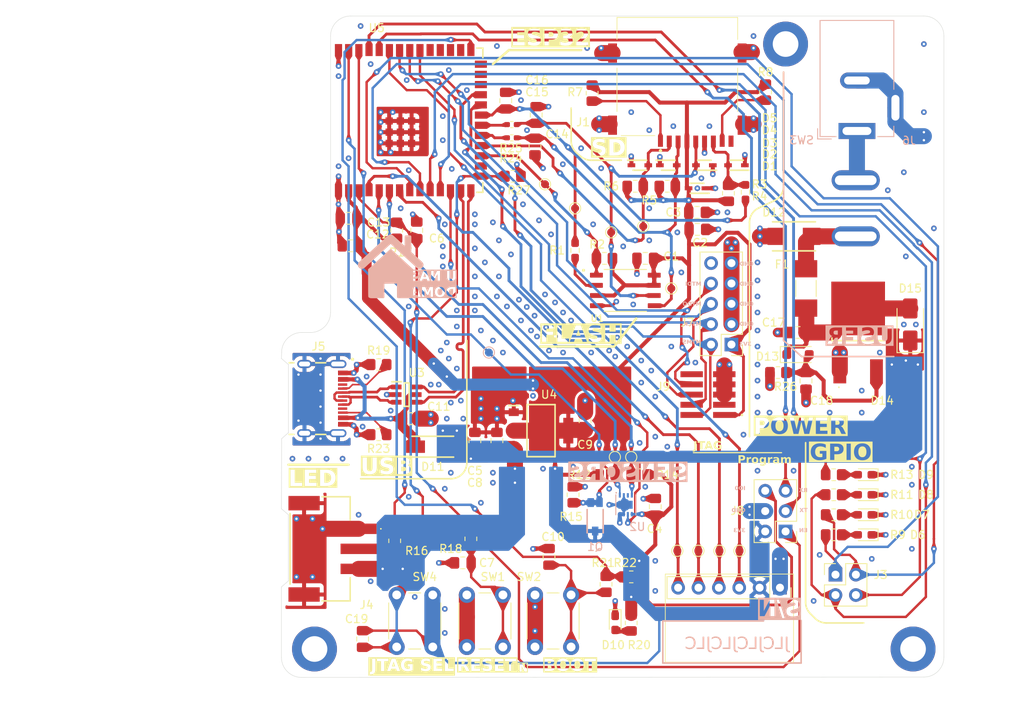
<source format=kicad_pcb>
(kicad_pcb (version 20241229) (generator "pcbnew") (generator_version "9.0")
  (layers (0 "F.Cu" signal) (4 "In1.Cu" power) (6 "In2.Cu" power) (2 "B.Cu" signal) (13 "F.Paste" user) (15 "B.Paste" user) (5 "F.SilkS" user "F.Silkscreen") (7 "B.SilkS" user "B.Silkscreen") (1 "F.Mask" user) (3 "B.Mask" user) (25 "Edge.Cuts" user))
  (net 0 "")
  (net 1 "+3V3")
  (net 2 "GND")
  (net 3 "/ESP32/CROWBAR_POWER")
  (net 4 "+5V")
  (net 5 "EN")
  (net 6 "Net-(C10-Pad2)")
  (net 7 "Net-(C7-Pad2)")
  (net 8 "JTAG_SEL")
  (net 9 "SPI2_SCK")
  (net 10 "SPI2_MOSI")
  (net 11 "SPI2_MISO")
  (net 12 "SPI2_CS_SD")
  (net 13 "Net-(D6-A)")
  (net 14 "Net-(D7-A)")
  (net 15 "Net-(D8-A)")
  (net 16 "Net-(D9-A)")
  (net 17 "Net-(D13-A)")
  (net 18 "/ESP32/CROWBAR_INPUT")
  (net 19 "/ESP32/VBUS")
  (net 20 "TEMP_HUM_I2C_SCL")
  (net 21 "Net-(J1-DAT2)")
  (net 22 "SPI2_NCS_FLASH")
  (net 23 "TEMP_HUM_NRST")
  (net 24 "Net-(J1-DAT1)")
  (net 25 "GPIO18")
  (net 26 "Net-(D10-A)")
  (net 27 "/ESP32/USB_D+")
  (net 28 "PWM_LED_DATA")
  (net 29 "GPIO15")
  (net 31 "Net-(J5-CC1)")
  (net 32 "GPIO16")
  (net 34 "MIC_I2S_WS")
  (net 35 "Net-(J5-CC2)")
  (net 36 "MIC_I2S_SCK")
  (net 37 "Net-(SW3-COM)")
  (net 38 "GPIO17")
  (net 39 "MTDO")
  (net 40 "MTCK")
  (net 41 "MIC_I2S_SEL")
  (net 43 "TEMP_HUM_I2C_SDA")
  (net 44 "/ESP32/USB_D-")
  (net 45 "MTMS")
  (net 46 "LIGHT_ADC2")
  (net 47 "MIC_I2S_DO")
  (net 48 "MTDI")
  (net 49 "TX")
  (net 50 "BOOT")
  (net 51 "RX")
  (net 53 "Net-(U1-SO{slash}SIO1)")
  (net 54 "/ESP32/DP")
  (net 55 "/ESP32/DN")
  (net 56 "Net-(U5-IO11)")
  (net 57 "Net-(U5-IO12)")
  (net 62 "Net-(J4-Pad2)")
  (net 64 "Net-(D1-A2)")
  (footprint "TestPoint:TestPoint_Pad_D1.0mm" (layer "F.Cu") (at 130.25 79.5 180)
    (property "Reference" "TP11" (hide yes))
    (property "Value" "Test_NCS_FLASH" (hide yes))
  )
  (footprint "Capacitor_SMD:C_0805_2012Metric_Pad1.18x1.45mm_HandSolder" (layer "F.Cu") (at 162.8 104.0375 -90)
    (property "Reference" "C18")
    (property "Value" "100n")
  )
  (footprint "LED_SMD:LED_0603_1608Metric_Pad1.05x0.95mm_HandSolder" (layer "F.Cu") (at 170.125 115.75 180)
    (property "Reference" "D9")
    (property "Value" "YELLOW")
  )
  (footprint "ESP32-project-footprints:SOD2512X110L" (layer "F.Cu") (at 145.625 77.125)
    (property "Reference" "D4")
    (property "Value" "UCLAMP3301D.TCT" (hide yes))
  )
  (footprint "ESP32-project-footprints:DIONM5436X265N" (layer "F.Cu") (at 161.3 86)
    (property "Reference" "D12")
    (property "Value" "SM6T6V8CA" (hide yes))
  )
  (footprint "MountingHole:MountingHole_3.2mm_M3_DIN965_Pad_TopBottom" (layer "F.Cu") (at 176.15 137.5)
    (property "Reference" "H2" (hide yes))
    (property "Value" "MountingHole_Pad")
  )
  (footprint "Capacitor_SMD:C_0805_2012Metric_Pad1.18x1.45mm_HandSolder" (layer "F.Cu") (at 114.25 85.25 -90)
    (property "Reference" "C6")
    (property "Value" "1u")
  )
  (footprint "Resistor_SMD:R_0805_2012Metric_Pad1.20x1.40mm_HandSolder" (layer "F.Cu") (at 141.5 79.75 180)
    (property "Reference" "R6")
    (property "Value" "10k")
  )
  (footprint "Diode_SMD:D_SMA" (layer "F.Cu") (at 175.8 97 90)
    (property "Reference" "D15")
    (property "Value" "B320AE-13")
  )
  (footprint "Connector_PinHeader_2.54mm:PinHeader_2x05_P2.54mm_Vertical" (layer "F.Cu") (at 153.5 99.5 180)
    (property "Reference" "J7")
    (property "Value" "Conn_02x05_Odd_Even")
  )
  (footprint "Capacitor_SMD:C_0805_2012Metric_Pad1.18x1.45mm_HandSolder" (layer "F.Cu") (at 149.25 85.132908)
    (property "Reference" "C2")
    (property "Value" "10u")
  )
  (footprint "Connector_PinHeader_2.54mm:PinHeader_2x02_P2.54mm_Vertical" (layer "F.Cu") (at 166.475 128.225)
    (property "Reference" "J3")
    (property "Value" "Conn_02x02_Odd_Even")
  )
  (footprint "ESP32-project-footprints:SOD2512X110L" (layer "F.Cu") (at 149.2 80 180)
    (property "Reference" "D3")
    (property "Value" "UCLAMP3301D.TCT" (hide yes))
  )
  (footprint "MountingHole:MountingHole_3.2mm_M3_DIN965_Pad_TopBottom" (layer "F.Cu") (at 101.5 137.5)
    (property "Reference" "H1" (hide yes))
    (property "Value" "MountingHole_Pad")
  )
  (footprint "Capacitor_SMD:C_0805_2012Metric_Pad1.18x1.45mm_HandSolder" (layer "F.Cu") (at 106 87.176933 180)
    (property "Reference" "C12")
    (property "Value" "10u")
  )
  (footprint "Resistor_SMD:R_0805_2012Metric_Pad1.20x1.40mm_HandSolder" (layer "F.Cu") (at 136.125 68.125 90)
    (property "Reference" "R7")
    (property "Value" "10k")
  )
  (footprint "Resistor_SMD:R_0805_2012Metric_Pad1.20x1.40mm_HandSolder" (layer "F.Cu") (at 111.5 124 90)
    (property "Reference" "R16")
    (property "Value" "330R")
  )
  (footprint "Capacitor_SMD:C_0805_2012Metric_Pad1.18x1.45mm_HandSolder" (layer "F.Cu") (at 125.35 69.0625 -90)
    (property "Reference" "C16")
    (property "Value" "22p")
  )
  (footprint "Capacitor_SMD:C_0805_2012Metric_Pad1.18x1.45mm_HandSolder" (layer "F.Cu") (at 107.5 136.25 -90)
    (property "Reference" "C19")
    (property "Value" "100n")
  )
  (footprint "Resistor_SMD:R_0402_1005Metric_Pad0.72x0.64mm_HandSolder" (layer "F.Cu") (at 126.1125 73.7)
    (property "Reference" "R24")
    (property "Value" "50R")
  )
  (footprint "ESP32-project-footprints:DIONM5226X230N" (layer "F.Cu") (at 116.25 112.25 180)
    (property "Reference" "D11")
    (property "Value" "B320AE-13" (hide yes))
  )
  (footprint "Button_Switch_THT:SW_PUSH_6mm_H9.5mm" (layer "F.Cu") (at 120.5 137.25 90)
    (property "Reference" "SW1")
    (property "Value" "SW_Push")
  )
  (footprint "TestPoint:TestPoint_Pad_D1.0mm" (layer "F.Cu") (at 149.375 125.25)
    (property "Reference" "TP5" (hide yes))
    (property "Value" "Test_MOSI" (hide yes))
  )
  (footprint "Capacitor_SMD:C_0805_2012Metric_Pad1.18x1.45mm_HandSolder" (layer "F.Cu") (at 120 126.75)
    (property "Reference" "C7")
    (property "Value" "100n")
  )
  (footprint "TestPoint:TestPoint_Pad_D1.0mm" (layer "F.Cu") (at 142.5 84.75 180)
    (property "Reference" "TP10" (hide yes))
    (property "Value" "Test_CS_SD" (hide yes))
  )
  (footprint "Capacitor_SMD:C_0805_2012Metric_Pad1.18x1.45mm_HandSolder" (layer "F.Cu") (at 129 74.7875 90)
    (property "Reference" "C14")
    (property "Value" "22p")
  )
  (footprint "ESP32-project-footprints:GCT_USB4105-GF-A" (layer "F.Cu") (at 100.25 106.25 -90)
    (property "Reference" "J5")
    (property "Value" "USB4105-GF-A")
  )
  (footprint "Resistor_SMD:R_0805_2012Metric_Pad1.20x1.40mm_HandSolder" (layer "F.Cu") (at 166.25 120.75)
    (property "Reference" "R10")
    (property "Value" "330R")
  )
  (footprint "Capacitor_SMD:C_0805_2012Metric_Pad1.18x1.45mm_HandSolder" (layer "F.Cu") (at 129.15 70.85 -90)
    (property "Reference" "C15")
    (property "Value" "22p")
  )
  (footprint "Capacitor_SMD:C_0805_2012Metric_Pad1.18x1.45mm_HandSolder" (layer "F.Cu") (at 105.75 83.75 180)
    (property "Reference" "C13")
    (property "Value" "100n")
  )
  (footprint "Capacitor_SMD:C_0805_2012Metric_Pad1.18x1.45mm_HandSolder" (layer "F.Cu") (at 113.5 108.75)
    (property "Reference" "C11")
    (property "Value" "100n")
  )
  (footprint "ESP32-project-footprints:SOT95P280X145-6N" (layer "F.Cu") (at 113 105.75)
    (property "Reference" "U3")
    (property "Value" "USBLC6-2SC6" (hide yes))
  )
  (footprint "ESP32-project-footprints:ESP32S3WROOM1N4" (layer "F.Cu") (at 110 71.5 90)
    (property "Reference" "U5")
    (property "Value" "ESP32-S3-WROOM-1-N8R8" (hide yes))
  )
  (footprint "Capacitor_SMD:C_0805_2012Metric_Pad1.18x1.45mm_HandSolder" (layer "F.Cu") (at 135.25 109 90)
    (property "Reference" "C9")
    (property "Value" "22u")
  )
  (footprint "Resistor_SMD:R_0805_2012Metric_Pad1.20x1.40mm_HandSolder" (layer "F.Cu") (at 121 123.75 90)
    (property "Reference" "R18")
    (property "Value" "330R")
  )
  (footprint "Button_Switch_THT:SW_PUSH_6mm_H9.5mm" (layer "F.Cu") (at 129 137.25 90)
    (property "Reference" "SW2")
    (property "Value" "SW_Push")
  )
  (footprint "Resistor_SMD:R_0805_2012Metric_Pad1.20x1.40mm_HandSolder" (layer "F.Cu") (at 159.3 103)
    (property "Reference" "R26")
    (property "Value" "330R")
  )
  (footprint "ESP32-project-footprints:S3BXHSM4TBLFSN" (layer "F.Cu") (at 102.725 125 90)
    (property "Reference" "J4")
    (property "Value" "S3B-XH-SM4-TB_LF__SN_" (hide yes))
  )
  (footprint "ESP32-project-footprints:SOD2512X110L" (layer "F.Cu") (at 154.125 77.125 180)
    (property "Reference" "D1")
    (property "Value" "UCLAMP3301D.TCT" (hide yes))
  )
  (footprint "LED_SMD:LED_0603_1608Metric_Pad1.05x0.95mm_HandSolder" (layer "F.Cu") (at 170.125 123.25 180)
    (property "Reference" "D6")
    (property "Value" "RED")
  )
  (footprint "TestPoint:TestPoint_Pad_D1.0mm" (layer "F.Cu") (at 146.75 125.25)
    (property "Reference" "TP6" (hide yes))
    (property "Value" "Test_CS_SD" (hide yes))
  )
  (footprint "LED_SMD:LED_0603_1608Metric_Pad1.05x0.95mm_HandSolder" (layer "F.Cu") (at 139 134.25 -90)
    (property "Reference" "D10")
    (property "Value" "RED")
  )
  (footprint "Resistor_SMD:R_0603_1608Metric_Pad0.98x0.95mm_HandSolder" (layer "F.Cu") (at 134 87.75 90)
    (property "Reference" "R1")
    (property "Value" "50R")
  )
  (footprint "TestPoint:TestPoint_Pad_D1.0mm" (layer "F.Cu") (at 134 82.5 180)
    (property "Reference" "TP8" (hide yes))
    (property "Value" "Test_MISO" (hide yes))
  )
  (footprint "ESP32-project-footprints:TS820600B" (layer "F.Cu") (at 169.3 97.885)
    (property "Reference" "D14")
    (property "Value" "TYN612MRG" (hide yes))
  )
  (footprint "Capacitor_SMD:C_0805_2012Metric_Pad1.18x1.45mm_HandSolder" (layer "F.Cu") (at 130.75 126 -90)
    (property "Reference" "C10")
    (property "Value" "100n")
  )
  (footprint "Resistor_SMD:R_0805_2012Metric_Pad1.20x1.40mm_HandSolder" (layer "F.Cu") (at 141 134.25 90)
    (property "Reference" "R20")
    (property "Value" "330R")
  )
  (footprint "TestPoint:TestPoint_Pad_D1.0mm" (layer "F.Cu") (at 146 92.5 180)
    (property "Reference" "TP9" (hide yes))
    (property "Value" "Test_MOSI" (hide yes))
  )
  (footprint "Resistor_SMD:R_0805_2012Metric_Pad1.20x1.40mm_HandSolder" (layer "F.Cu") (at 109.5 110.75)
    (property "Reference" "R23")
    (property "Value" "5k1")
  )
  (footprint "Capacitor_SMD:C_0805_2012Metric_Pad1.18x1.45mm_HandSolder" (layer "F.Cu") (at 144 119.75 -90)
    (property "Reference" "C4")
    (property "Value" "100n")
  )
  (footprint "Resistor_SMD:R_0603_1608Metric_Pad0.98x0.95mm_HandSolder" (layer "F.Cu") (at 155.25 80.4875 -90)
    (property "Reference" "R3")
    (property "Value" "50R")
  )
  (footprint "Resistor_SMD:R_0805_2012Metric_Pad1.20x1.40mm_HandSolder" (layer "F.Cu") (at 133.75 118.25 90)
    (property "Reference" "R15")
    (property "Value" "10k")
  )
  (footprint "Resistor_SMD:R_0805_2012Metric_Pad1.20x1.40mm_HandSolder" (layer "F.Cu") (at 166.25 118.25)
    (property "Reference" "R11")
    (property "Value" "330R")
  )
  (footprint "Resistor_SMD:R_0805_2012Metric_Pad1.20x1.40mm_HandSolder" (layer "F.Cu") (at 141 128.5)
    (property "Reference" "R22")
    (property "Value" "10k")
  )
  (footprint "ESP32-project-footprints:SOD2512X110L" (layer "F.Cu") (at 142.075 77.125)
    (property "Reference" "D5")
    (property "Value" "UCLAMP3301D.TCT" (hide yes))
  )
  (footprint "Capacitor_SMD:C_0805_2012Metric_Pad1.18x1.45mm_HandSolder" (layer "F.Cu") (at 149.2125 83.007908)
    (property "Reference" "C3")
    (property "Value" "100n")
  )
  (footprint "Capacitor_SMD:C_0805_2012Metric_Pad1.18x1.45mm_HandSolder" (layer "F.Cu") (at 161.8 98 180)
    (property "Reference" "C17")
    (property "Value" "100n")
  )
  (footprint "Resistor_SMD:R_0805_2012Metric_Pad1.20x1.40mm_HandSolder" (layer "F.Cu") (at 153.125 80.625 -90)
    (property "Reference" "R4")
    (property "Value" "10k")
  )
  (footprint "Resistor_SMD:R_0805_2012Metric_Pad1.20x1.40mm_HandSolder" (layer "F.Cu") (at 142 115.75)
    (property "Reference" "R12")
    (property "Value" "5k1")
  )
  (footprint "ESP32-project-footprints:SOD2512X110L" (layer "F.Cu") (at 150.125 77.125 180)
    (property "Reference" "D2")
    (property "Value" "UCLAMP3301D.TCT" (hide yes))
  )
  (footprint "LED_SMD:LED_0603_1608Metric_Pad1.05x0.95mm_HandSolder" (layer "F.Cu") (at 170.125 118.25 180)
    (property "Reference" "D8")
    (property "Value" "BLUE")
  )
  (footprint "ESP32-project-footprints:MEM20750014001A" (layer "F.Cu") (at 146.75 66.75 180)
    (property "Reference" "J1")
    (property "Value" "MEM2075-00-140-01-A" (hide yes))
  )
  (footprint "Capacitor_SMD:C_0805_2012Metric_Pad1.18x1.45mm_HandSolder" (layer "F.Cu") (at 124.25 111.5 90)
    (property "Reference" "C8")
    (property "Value" "100n")
  )
  (footprint "Resistor_SMD:R_0805_2012Metric_Pad1.20x1.40mm_HandSolder" (layer "F.Cu") (at 166.25 123.25)
    (property "Reference" "R9")
    (property "Value" "330R")
  )
  (footprint "Button_Switch_THT:SW_PUSH_6mm_H9.5mm" (layer "F.Cu") (at 116.25 130.75 -90)
    (property "Reference" "SW4")
    (property "Value" "SW_Push")
  )
  (footprint "ESP32-project-footprints:FUSC6125X279N" (layer "F.Cu") (at 162.8 92.5 -90)
    (property "Reference" "F1")
    (property "Value" "Fuse")
  )
  (footprint "Resistor_SMD:R_0805_2012Metric_Pad1.20x1.40mm_HandSolder" (layer "F.Cu") (at 111.75 85.25 -90)
    (property "Reference" "R17")
    (property "Value" "10k")
  )
  (footprint "TestPoint:TestPoint_Pad_D1.0mm" (layer "F.Cu") (at 138.96 113.54)
    (property "Reference" "TP1" (hide yes))
    (property "Value" "Test_SCK" (hide yes))
  )
  (footprint "ESP32-project-footprints:SOT230P700X180-4N" (layer "F.Cu") (at 129.75 110.25)
    (property "Reference" "U4")
    (property "Value" "NCP1117ST33T3G" (hide yes))
  )
  (footprint "Resistor_SMD:R_0805_2012Metric_Pad1.20x1.40mm_HandSolder" (layer "F.Cu") (at 166.25 115.75)
    (property "Reference" "R13")
    (property "Value" "330R")
  )
  (footprint "Resistor_SMD:R_0805_2012Metric_Pad1.20x1.40mm_HandSolder" (layer "F.Cu") (at 145.5 79.75 180)
    (property "Reference" "R5")
    (property "Value" "10k")
  )
  (footprint "Capacitor_SMD:C_0805_2012Metric_Pad1.18x1.45mm_HandSolder" (layer "F.Cu") (at 121.5 111.5 90)
    (property "Reference" "C5")
    (property "Value" "22u")
  )
  (footprint "Capacitor_SMD:C_0805_2012Metric_Pad1.18x1.45mm_HandSolder" (layer "F.Cu") (at 142.75 88.75)
    (property "Reference" "C1")
    (property "Value" "100n")
  )
  (footprint "Resistor_SMD:R_0805_2012Metric_Pad1.20x1.40mm_HandSolder" (layer "F.Cu") (at 137.861809 129.422362 90)
    (property "Reference" "R21")
    (property "Value" "330R")
  )
  (footprint "TestPoint:TestPoint_Pad_D1.0mm" (layer "F.Cu") (at 152 125.25)
    (property "Reference" "TP4" (hide yes))
    (property "Value" "Test_MISO" (hide yes))
  )
  (footprint "Connector_PinHeader_2.54mm:PinHeader_2x03_P2.54mm_Vertical" (layer "F.Cu") (at 160.25 122.83 180)
    (property "Reference" "J8")
    (property "Value" "Conn_02x03_Odd_Even")
  )
  (footprint "Resistor_SMD:R_0805_2012Metric_Pad1.20x1.40mm_HandSolder" (layer "F.Cu") (at 157.75 68 90)
    (property "Reference" "R8")
    (property "Value" "10k")
  )
  (footprint "Diode_SMD:D_SOD-123F" (layer "F.Cu") (at 161.8 100.75)
    (property "Reference" "D13")
    (property "Value" "NZH5V6B,115")
  )
  (footprint "ESP32-project-footprints:SOIC127P790X216-8N_MX25L3233FM2I-08G" (layer "F.Cu") (at 140.265 92.75)
    (property "Reference" "U1")
    (property "Value" "MX25L3233FM2I-08G")
  )
  (footprint "Resistor_SMD:R_0805_2012Metric_Pad1.20x1.40mm_HandSolder" (layer "F.Cu") (at 138 115.75 180)
    (property "Reference" "R14")
    (property "Value" "5k1")
  )
  (footprint "Resistor_SMD:R_0402_1005Metric_Pad0.72x0.64mm_HandSolder" (layer "F.Cu") (at 126.1125 72.05)
    (property "Reference" "R25")
    (property "Value" "50R")
  )
  (footprint "Resistor_SMD:R_0805_2012Metric_Pad1.20x1.40mm_HandSolder" (layer "F.Cu") (at 126.25 78.5 180)
    (property "Reference" "R27")
    (property "Value" "10k")
  )
  (footprint "TestPoint:TestPoint_Pad_D1.0mm" (layer "F.Cu") (at 141 113.55)
    (property "Reference" "TP2" (hide yes))
    (property "Value" "Test_MISO" (hide yes))
  )
  (footprint "Resistor_SMD:R_0805_2012Metric_Pad1.20x1.40mm_HandSolder" (layer "F.Cu") (at 137.66 88.75 180)
    (property "Reference" "R2")
    (property "Value" "10k")
  )
  (footprint "TestPoint:TestPoint_Pad_D1.0mm" (layer "F.Cu") (at 154.5 125.25)
    (property "Reference" "TP3" (hide yes))
    (property "Value" "Test_SCK" (hide yes))
  )
  (footprint "MountingHole:MountingHole_3.2mm_M3_DIN965_Pad_TopBottom" (layer "F.Cu") (at 160.25 62)
    (property "Reference" "H3" (hide yes))
    (property "Value" "MountingHole_Pad")
  )
  (footprint "LED_SMD:LED_0603_1608Metric_Pad1.05x0.95mm_HandSolder" (layer "F.Cu") (at 170.125 120.75 180)
    (property "Reference" "D7")
    (property "Value" "GREEN")
  )
  (footprint "TestPoint:TestPoint_Pad_D1.0mm" (layer "F.Cu") (at 138.5 85.5 180)
    (property "Reference" "TP7" (hide yes))
    (property "Value" "Test_SCK" (hide yes))
  )
  (footprint "ESP32-project-footprints:FTSH10501LDVK" (layer "F.Cu") (at 152.6075 105.75 90)
    (property "Reference" "J9")
    (property "Value" "Conn_02x05_Odd_Even" (hide yes))
  )
  (footprint "ESP32-project-footprints:mic-module" (layer "F.Cu") (at 151.25 141.75 180)
    (property "Reference" "J2" (hide yes))
    (property "Value" "Conn_01x06" (hide yes))
  )
  (footprint "Resistor_SMD:R_0805_2012Metric_Pad1.20x1.40mm_HandSolder" (layer "F.Cu") (at 109.5 102 180)
    (property "Reference" "R19")
    (property "Value" "5k1")
  )
  (footprint "Connector_BarrelJack:BarrelJack_GCT_DCJ200-10-A_Horizontal" (layer "B.Cu") (at 169.15 72.85)
    (property "Reference" "J6")
    (property "Value" "DCJ200-10-A-K1-K")
  )
  (footprint "ESP32-project-footprints:RA1113112R" (layer "B.Cu") (at 169 93)
    (property "Reference" "SW3")
    (property "Value" "RA1113112R")
  )
  (footprint "LOGO" (layer "B.Cu") (at 111 89.75 180)
    (property "Reference" "G***" (hide yes))
    (property "Value" "LOGO" (hide yes))
  )
  (footprint "ESP32-project-footprints:TEMT6000X01" (layer "B.Cu") (at 136.5 121 -90)
    (property "Reference" "Q1")
    (property "Value" "TEMT6000X01" (hide yes))
  )
  (footprint "ESP32-project-footprints:DFN250X250X100-9N" (layer "B.Cu") (at 140.326 119.5 -90)
    (property "Reference" "U2")
    (property "Value" "SHT30-DIS-B")
  )
  (footprint "TestPoint:TestPoint_Pad_D1.0mm" (layer "B.Cu") (at 123.25 100.5)
    (property "Reference" "TP12" (hide yes))
    (property "Value" "Test_NCS_FLASH" (hide yes))
  )
  (gr_line (start 118.5 116.25) (end 107.25 116.25) (stroke (width 0.2)) (layer "F.SilkS"))
  (gr_arc (start 163.335786 133.085786) (mid 162.90225 132.436938) (end 162.75 131.671573) (stroke (width 0.2)) (layer "F.SilkS"))
  (gr_line (start 134.75 62.75) (end 125.75 62.75) (stroke (width 0.3)) (layer "F.SilkS"))
  (gr_arc (start 155.75 84.269211) (mid 156.061334 83.197574) (end 156.898406 82.459574) (stroke (width 0.2)) (layer "F.SilkS"))
  (gr_line (start 160 65.5) (end 160 79.730789) (stroke (width 0.2)) (layer "F.SilkS"))
  (gr_line (start 162.75 131.671573) (end 162.75 111.75) (stroke (width 0.2)) (layer "F.SilkS"))
  (gr_line (start 136 76.5) (end 139.760152 76.5) (stroke (width 0.2)) (layer "F.SilkS"))
  (gr_line (start 134.208569 75.598643) (end 134.698417 76.018513) (stroke (width 0.2)) (layer "F.SilkS"))
  (gr_line (start 105.75 114.5) (end 98.25 114.5) (stroke (width 0.3)) (layer "F.SilkS"))
  (gr_line (start 120.5 99) (end 120.5 114.25) (stroke (width 0.2)) (layer "F.SilkS"))
  (gr_line (start 141.625 96.25) (end 138.875 99.75) (stroke (width 0.3)) (layer "F.SilkS"))
  (gr_line (start 163.914213 133.664213) (end 163.335786 133.085786) (stroke (width 0.2)) (layer "F.SilkS"))
  (gr_line (start 138.875 99.75) (end 129.625 99.75) (stroke (width 0.3)) (layer "F.SilkS"))
  (gr_line (start 159.75 113) (end 148.75 113) (stroke (width 0.15)) (layer "F.SilkS"))
  (gr_arc (start 134.208569 75.598643) (mid 133.693116 74.915845) (end 133.510152 74.08013) (stroke (width 0.2)) (layer "F.SilkS"))
  (gr_arc (start 165.328427 134.25) (mid 164.563054 134.097768) (end 163.914213 133.664213) (stroke (width 0.2)) (layer "F.SilkS"))
  (gr_line (start 133.510152 70) (end 133.510152 74.08013) (stroke (width 0.2)) (layer "F.SilkS"))
  (gr_arc (start 160 79.730789) (mid 159.688666 80.802426) (end 158.851594 81.540426) (stroke (width 0.2)) (layer "F.SilkS"))
  (gr_arc (start 120.5 114.25) (mid 119.914214 115.664214) (end 118.5 116.25) (stroke (width 0.2)) (layer "F.SilkS"))
  (gr_line (start 155.75 84.269211) (end 155.75 111) (stroke (width 0.2)) (layer "F.SilkS"))
  (gr_line (start 158.851594 81.540426) (end 156.898406 82.459574) (stroke (width 0.2)) (layer "F.SilkS"))
  (gr_arc (start 136 76.5) (mid 135.306107 76.37577) (end 134.698417 76.018513) (stroke (width 0.2)) (layer "F.SilkS"))
  (gr_line (start 125.75 62.75) (end 123.75 64.5) (stroke (width 0.3)) (layer "F.SilkS"))
  (gr_line (start 170 134.25) (end 165.328427 134.25) (stroke (width 0.2)) (layer "F.SilkS"))
  (gr_line (start 157.5 134) (end 144.94 134) (stroke (width 0.2)) (layer "B.SilkS"))
  (gr_line (start 162.19 133.95) (end 162.19 139.25) (stroke (width 0.2)) (layer "B.SilkS"))
  (gr_line (start 144.94 139.25) (end 144.94 134) (stroke (width 0.2)) (layer "B.SilkS"))
  (gr_line (start 160 99) (end 162.25 101) (stroke (width 0.2)) (layer "B.SilkS"))
  (gr_line (start 144.94 139.25) (end 162.19 139.25) (stroke (width 0.2)) (layer "B.SilkS"))
  (gr_line (start 162.25 101) (end 173.75 101) (stroke (width 0.2)) (layer "B.SilkS"))
  (gr_line (start 160 65.5) (end 160 99) (stroke (width 0.2)) (layer "B.SilkS"))
  (gr_line (start 97.398614 111.25) (end 98.25 110.5) (stroke (width 0.05)) (layer "Edge.Cuts"))
  (gr_arc (start 103.5 61) (mid 104.232233 59.232233) (end 106 58.5) (stroke (width 0.05)) (layer "Edge.Cuts"))
  (gr_line (start 177.5 58.5) (end 106 58.5) (stroke (width 0.05)) (layer "Edge.Cuts"))
  (gr_line (start 99.878968 141.046174) (end 177.501441 141.00144) (stroke (width 0.05)) (layer "Edge.Cuts"))
  (gr_arc (start 99.878968 141.046174) (mid 98.110252 140.31446) (end 97.3775 138.546174) (stroke (width 0.05)) (layer "Edge.Cuts"))
  (gr_line (start 103.5 61) (end 103.5 95.5) (stroke (width 0.05)) (layer "Edge.Cuts"))
  (gr_line (start 97.3775 120) (end 97.398614 111.25) (stroke (width 0.05)) (layer "Edge.Cuts"))
  (gr_line (start 97.3775 101.25) (end 97.398613 100.5) (stroke (width 0.05)) (layer "Edge.Cuts"))
  (gr_line (start 97.3775 129.75) (end 98.25 129) (stroke (width 0.05)) (layer "Edge.Cuts"))
  (gr_arc (start 177.5 58.5) (mid 179.267767 59.232233) (end 180 61) (stroke (width 0.05)) (layer "Edge.Cuts"))
  (gr_arc (start 97.398613 100.498613) (mid 98.131337 98.731747) (end 99.898613 98) (stroke (width 0.05)) (layer "Edge.Cuts"))
  (gr_arc (start 103.5 95.5) (mid 102.767767 97.267767) (end 101 98) (stroke (width 0.05)) (layer "Edge.Cuts"))
  (gr_line (start 180 138.50144) (end 180 61) (stroke (width 0.05)) (layer "Edge.Cuts"))
  (gr_arc (start 180 138.50144) (mid 179.268276 140.268697) (end 177.501441 141.00144) (stroke (width 0.05)) (layer "Edge.Cuts"))
  (gr_line (start 97.377527 138.546174) (end 97.3775 129.75) (stroke (width 0.05)) (layer "Edge.Cuts"))
  (gr_line (start 98.25 129) (end 98.25 120.75) (stroke (width 0.05)) (layer "Edge.Cuts"))
  (gr_line (start 98.25 120.75) (end 97.3775 120) (stroke (width 0.05)) (layer "Edge.Cuts"))
  (gr_line (start 101 98) (end 99.898613 98) (stroke (width 0.05)) (layer "Edge.Cuts"))
  (gr_line (start 98.25 110.5) (end 98.25 102) (stroke (width 0.05)) (layer "Edge.Cuts"))
  (gr_line (start 98.25 102) (end 97.3775 101.25) (stroke (width 0.05)) (layer "Edge.Cuts"))
  (gr_text "RESET" (at 119.25 140.5 0) (layer "F.SilkS" knockout) (effects (font (size 1.5 1.5) (thickness 0.3) (bold yes)) (justify left bottom)))
  (gr_text "GPIO" (at 163.25 114.25 0) (layer "F.SilkS" knockout) (effects (font (size 2 2) (thickness 0.3) (bold yes)) (justify left bottom)))
  (gr_text "SD" (at 136 76.25 0) (layer "F.SilkS" knockout) (effects (font (size 2 2) (thickness 0.3) (bold yes)) (justify left bottom)))
  (gr_text "Program" (at 154.25 114.5 0) (layer "F.SilkS") (effects (font (size 1 1) (thickness 0.25) (bold yes)) (justify left bottom)))
  (gr_text "BOOT" (at 130 140.5 0) (layer "F.SilkS" knockout) (effects (font (size 1.5 1.5) (thickness 0.3) (bold yes)) (justify left bottom)))
  (gr_text "USB" (at 107.25 116 0) (layer "F.SilkS" knockout) (effects (font (size 2 2) (thickness 0.3) (bold yes)) (justify left bottom)))
  (gr_text "FLASH" (at 129.625 99.5 0) (layer "F.SilkS" knockout) (effects (font (size 2 2) (thickness 0.3) (bold yes)) (justify left bottom)))
  (gr_text "POWER" (at 156.25 111 0) (layer "F.SilkS" knockout) (effects (font (size 2 2) (thickness 0.3) (bold yes)) (justify left bottom)))
  (gr_text "JTAG SEL" (at 108.5 140.5 0) (layer "F.SilkS" knockout) (effects (font (size 1.5 1.5) (thickness 0.3) (bold yes)) (justify left bottom)))
  (gr_text "EN" (at 126 140.5 0) (layer "F.SilkS" knockout) (effects (font (size 1 1) (thickness 0.175) (bold yes)) (justify left bottom)))
  (gr_text "ESP32" (at 126 62.5 0) (layer "F.SilkS" knockout) (effects (font (size 2 2) (thickness 0.3) (bold yes)) (justify left bottom)))
  (gr_text "JTAG" (at 148.75 112.75 0) (layer "F.SilkS") (effects (font (size 1 1) (thickness 0.25) (bold yes)) (justify left bottom)))
  (gr_text "LED" (at 98.25 117.5 0) (layer "F.SilkS" knockout) (effects (font (size 2 2) (thickness 0.3) (bold yes)) (justify left bottom)))
  (gr_text "MTDI" (at 149.75 92.25 0) (layer "B.SilkS") (effects (font (size 0.5 0.5) (thickness 0.1) (bold yes)) (justify left bottom mirror)))
  (gr_text "RX" (at 163 118 0) (layer "B.SilkS") (effects (font (size 0.5 0.5) (thickness 0.1) (bold yes)) (justify left bottom mirror)))
  (gr_text "GND" (at 156.25 92.25 0) (layer "B.SilkS") (effects (font (size 0.5 0.5) (thickness 0.1) (bold yes)) (justify left bottom mirror)))
  (gr_text "MTDO" (at 149.75 94.75 0) (layer "B.SilkS") (effects (font (size 0.5 0.5) (thickness 0.1) (bold yes)) (justify left bottom mirror)))
  (gr_text "MTMS" (at 149.75 99.5 0) (layer "B.SilkS") (effects (font (size 0.5 0.5) (thickness 0.1) (bold yes)) (justify left bottom mirror)))
  (gr_text "3V3" (at 155.25 123 0) (layer "B.SilkS") (effects (font (size 0.5 0.5) (thickness 0.1) (bold yes)) (justify left bottom mirror)))
  (gr_text "IO0" (at 155.25 117.75 0) (layer "B.SilkS") (effects (font (size 0.5 0.5) (thickness 0.1) (bold yes)) (justify left bottom mirror)))
  (gr_text "EN" (at 163 123 0) (layer "B.SilkS") (effects (font (size 0.5 0.5) (thickness 0.1) (bold yes)) (justify left bottom mirror)))
  (gr_text "GND" (at 155.25 120.5 0) (layer "B.SilkS") (effects (font (size 0.5 0.5) (thickness 0.1) (bold yes)) (justify left bottom mirror)))
  (gr_text "SENSORS" (at 148 116.74 0) (layer "B.SilkS" knockout) (effects (font (size 2 2) (thickness 0.3) (bold yes)) (justify left bottom mirror)))
  (gr_text "USER" (at 173.75 99.75 0) (layer "B.SilkS" knockout) (effects (font (size 2 2) (thickness 0.3) (bold yes)) (justify left bottom mirror)))
  (gr_text "S/N" (at 162.16 133.74 0) (layer "B.SilkS" knockout) (effects (font (size 2 2) (thickness 0.3) (bold yes)) (justify left bottom mirror)))
  (gr_text "JLCJLCJLCJLC" (at 160.69 137.75 0) (layer "B.SilkS") (effects (font (size 1.5 1.5)) (justify left bottom mirror)))
  (gr_text "GND" (at 156.25 89.75 0) (layer "B.SilkS") (effects (font (size 0.5 0.5) (thickness 0.1) (bold yes)) (justify left bottom mirror)))
  (gr_text "TX" (at 163 120.5 0) (layer "B.SilkS") (effects (font (size 0.5 0.5) (thickness 0.1) (bold yes)) (justify left bottom mirror)))
  (gr_text "3V3" (at 156 99.75 0) (layer "B.SilkS") (effects (font (size 0.5 0.5) (thickness 0.1) (bold yes)) (justify left bottom mirror)))
  (gr_text "GND" (at 156.25 94.75 0) (layer "B.SilkS") (effects (font (size 0.5 0.5) (thickness 0.1) (bold yes)) (justify left bottom mirror)))
  (gr_text "U NAS\nDOMA" (at 119.25 93.75 0) (layer "B.SilkS" knockout) (effects (font (size 1.2 1.2) (thickness 0.1) (bold yes)) (justify left bottom mirror)))
  (gr_text "MTCK" (at 149.75 97.25 0) (layer "B.SilkS") (effects (font (size 0.5 0.5) (thickness 0.1) (bold yes)) (justify left bottom mirror)))
  (gr_text "GND" (at 156.25 97.25 0) (layer "B.SilkS") (effects (font (size 0.5 0.5) (thickness 0.1) (bold yes)) (justify left bottom mirror)))
  (segment (start 152.695 69.305) (end 147.945 69.305) (width 0.5) (layer "F.Cu") (net 1))
  (segment (start 138.66 90.54) (end 138.66 88.75) (width 0.5) (layer "F.Cu") (net 1))
  (segment (start 147.945 69.305) (end 147.945 74.125) (width 0.5) (layer "F.Cu") (net 1))
  (segment (start 131.5 115) (end 131.5 113.5) (width 0.5) (layer "F.Cu") (net 1))
  (segment (start 144.9625 120.7875) (end 144 120.7875) (width 0.5) (layer "F.Cu") (net 1))
  (segment (start 140.215 92.115) (end 138.65 90.55) (width 0.5) (layer "F.Cu") (net 1))
  (segment (start 154 68) (end 152.695 69.305) (width 0.5) (layer "F.Cu") (net 1))
  (segment (start 143.7875 88.75) (end 147.3625 88.75) (width 0.5) (layer "F.Cu") (net 1))
  (segment (start 145 81.5) (end 144.5 81) (width 0.5) (layer "F.Cu") (net 1))
  (segment (start 153.5 99.5) (end 155 101) (width 0.3493) (layer "F.Cu") (net 1))
  (segment (start 148.175 83.007908) (end 148.175 81.5) (width 0.5) (layer "F.Cu") (net 1))
  (segment (start 154.299 85.549) (end 155.75 87) (width 0.5) (layer "F.Cu") (net 1))
  (segment (start 147.945 79.795) (end 147.945 74.125) (width 0.5) (layer "F.Cu") (net 1))
  (segment (start 155.75 87) (end 155.75 97.5) (width 0.5) (layer "F.Cu") (net 1))
  (segment (start 138.865 93.385) (end 136.66 93.385) (width 0.5) (layer "F.Cu") (net 1))
  (segment (start 143.87 90.845) (end 143.87 92.115) (width 0.5) (layer "F.Cu") (net 1))
  (segment (start 108 90.5775) (end 108.1725 90.75) (width 0.5) (layer "F.Cu") (net 1))
  (segment (start 151.447976 87) (end 152.898976 85.549) (width 0.5) (layer "F.Cu") (net 1))
  (segment (start 108.1725 93.6725) (end 108.1725 90.75) (width 1.5) (layer "F.Cu") (net 1))
  (segment (start 144.555 69.305) (end 147.945 69.305) (width 0.5) (layer "F.Cu") (net 1))
  (segment (start 106.6475 83.89) (end 106.7875 83.75) (width 0.5) (layer "F.Cu") (net 1))
  (segment (start 106.6475 86.786933) (end 106.6475 83.89) (width 0.5) (layer "F.Cu") (net 1))
  (segment (start 106.7875 83.75) (end 106.6475 83.61) (width 0.5) (layer "F.Cu") (net 1))
  (segment (start 140.5 81) (end 140.5 79.75) (width 0.5) (layer "F.Cu") (net 1))
  (segment (start 154.46 108.29) (end 152.6075 108.29) (width 0.3) (layer "F.Cu") (net 1))
  (segment (start 136.125 67.125) (end 137 68) (width 0.5) (layer "F.Cu") (net 1))
  (segment (start 107.0375 87.176933) (end 107.0375 87.566933) (width 1) (layer "F.Cu") (net 1))
  (segment (start 143 115.75) (end 144.75 115.75) (width 0.5) (layer "F.Cu") (net 1))
  (segment (start 155 101) (end 155 107.75) (width 0.3493) (layer "F.Cu") (net 1))
  (segment (start 148.2125 87) (end 151.447976 87) (width 0.5) (layer "F.Cu") (net 1))
  (segment (start 142 128.5) (end 142 126.5) (width 1.5) (layer "F.Cu") (net 1))
  (segment (start 105.76 81.51) (end 105.76 80.25) (width 0.5) (layer "F.Cu") (net 1))
  (segment (start 152.898976 85.549) (end 154.299 85.549) (width 0.5) (layer "F.Cu") (net 1))
  (segment (start 107.0375 87.176933) (end 106.6475 86.786933) (width 0.5) (layer "F.Cu") (net 1))
  (segment (start 144.75 115.75) (end 146 117) (width 0.5) (layer "F.Cu") (net 1))
  (segment (start 148.2125 93.7875) (end 148.2125 89.6) (width 0.5) (layer "F.Cu") (net 1))
  (segment (start 143.8875 120.675) (end 142.325 120.675) (width 0.5) (layer "F.Cu") (net 1))
  (segment (start 141.885 92.115) (end 140.135 92.115) (width 0.5) (layer "F.Cu") (net 1))
  (segment (start 148.175 81.5) (end 153 81.5) (width 0.5) (layer "F.Cu") (net 1))
  (segment (start 110 86.25) (end 111.75 86.25) (width 0.5) (layer "F.Cu") (net 1))
  (segment (start 133.15 110.25) (end 133.2365 110.1635) (width 2) (layer "F.Cu") (net 1))
  (segment (start 155.75 97.5) (end 153.75 99.5) (width 0.5) (layer "F.Cu") (net 1))
  (segment (start 126.35 110.25) (end 133.15 110.25) (width 2) (layer "F.Cu") (net 1))
  (segment (start 144 124.5) (end 142 126.5) (width 0.5) (layer "F.Cu") (net 1))
  (segment (start 143.8875 120.675) (end 144 120.7875) (width 0.3343) (layer "F.Cu") (net 1))
  (segment (start 106.6475 83.61) (end 106.6475 82.3975) (width 0.5) (layer "F.Cu") (net 1))
  (segment (start 148.175 85.095408) (end 148.2125 85.132908) (width 0.5) (layer "F.Cu") (net 1))
  (segment (start 106.6475 82.3975) (end 105.76 81.51) (width 0.5) (layer "F.Cu") (net 1))
  (segment (start 148.2125 87) (end 148.2125 89.6) (width 0.5) (layer "F.Cu") (net 1))
  (segment (start 108 88.529433) (end 108 90.5775) (width 1.25) (layer "F.Cu") (net 1))
  (segment (start 147.3625 88.75) (end 148.2125 89.6) (width 0.5) (layer "F.Cu") (net 1))
  (segment (start 148.15 80) (end 147.945 79.795) (width 0.5) (layer "F.Cu") (net 1))
  (segment (start 140.135 92.115) (end 138.865 93.385) (width 0.5) (layer "F.Cu") (net 1))
  (segment (start 107.5 135.2125) (end 114.2125 135.2125) (width 0.3) (layer "F.Cu") (net 1))
  (segment (start 141.885 92.115) (end 140.215 92.115) (width 0.5) (layer "F.Cu") (net 1))
  (segment (start 137 115.75) (end 132.25 115.75) (width 0.5) (layer "F.Cu") (net 1))
  (segment (start 141 133.25) (end 141 131) (width 1.5) (layer "F.Cu") (net 1))
  (segment (start 138.65 90.55) (end 138.66 90.54) (width 0.5) (layer "F.Cu") (net 1))
  (segment (start 148.2125 85.132908) (end 148.2125 87) (width 0.5) (layer "F.Cu") (net 1))
  (segment (start 146 119.75) (end 144.9625 120.7875) (width 0.5) (layer "F.Cu") (net 1))
  (segment (start 156.75 68) (end 154 68) (width 0.5) (layer "F.Cu") (net 1))
  (segment (start 114.2125 135.2125) (end 116.25 137.25) (width 0.3) (layer "F.Cu") (net 1))
  (segment (start 107.0375 87.566933) (end 108 88.529433) (width 1) (layer "F.Cu") (net 1))
  (segment (start 144.5 81) (end 144.5 79.75) (width 0.5) (layer "F.Cu") (net 1))
  (segment (start 143.7875 88.75) (end 143.7875 90.7625) (width 0.5) (layer "F.Cu") (net 1))
  (segment (start 133.2365 110.1635) (end 135.25 110.1635) (width 2) (layer "F.Cu") (net 1))
  (segment (start 153.75 99.5) (end 153.5 99.5) (width 0.5) (layer "F.Cu") (net 1))
  (segment (start 107.5 83.75) (end 110 86.25) (width 0.5) (layer "F.Cu") (net 1))
  (segment (start 141 81.5) (end 140.5 81) (width 0.5) (layer "F.Cu") (net 1))
  (segment (start 157.75 67) (end 156.75 68) (width 0.5) (layer "F.Cu") (net 1))
  (segment (start 106.7875 83.75) (end 107.5 83.75) (width 0.5) (layer "F.Cu") (net 1))
  (segment (start 146 117) (end 146 119.75) (width 0.5) (layer "F.Cu") (net 1))
  (segment (start 139.5 102.5) (end 139.5 102.75) (width 0.5) (layer "F.Cu") (net 1))
  (segment (start 143.7875 90.7625) (end 143.87 90.845) (width 0.5) (layer "F.Cu") (net 1))
  (segment (start 153 81.5) (end 153.125 81.625) (width 0.5) (layer "F.Cu") (net 1))
  (segment (start 143.25 68) (end 144.555 69.305) (width 0.5) (layer "F.Cu") (net 1))
  (segment (start 131.5 113.5) (end 131.5 112.25) (width 0.5) (layer "F.Cu") (net 1))
  (segment (start 118 103.5) (end 108.1725 93.6725) (width 1.5) (layer "F.Cu") (net 1))
  (segment (start 144 120.7875) (end 144 124.5) (width 0.5) (layer "F.Cu") (net 1))
  (segment (start 143.87 92.115) (end 141.885 92.115) (width 0.5) (layer "F.Cu") (net 1))
  (segment (start 148.175 80.025) (end 148.15 80) (width 0.5) (layer "F.Cu") (net 1))
  (segment (start 132.25 115.75) (end 131.5 115) (width 0.5) (layer "F.Cu") (net 1))
  (segment (start 137 68) (end 143.25 68) (width 0.5) (layer "F.Cu") (net 1))
  (segment (start 155 107.75) (end 154.46 108.29) (width 0.3493) (layer "F.Cu") (net 1))
  (segment (start 148.2125 93.7875) (end 139.5 102.5) (width 0.5) (layer "F.Cu") (net 1))
  (segment (start 148.175 81.5) (end 148.175 80.025) (width 0.5) (layer "F.Cu") (net 1))
  (segment (start 148.175 83.007908) (end 148.175 85.095408) (width 0.5) (layer "F.Cu") (net 1))
  (via (at 142 126.5) (size 0.7) (drill 0.3) (layers "F.Cu" "B.Cu") (net 1))
  (via (at 145 81.5) (size 0.7) (drill 0.3) (layers "F.Cu" "B.Cu") (net 1))
  (via (at 118 103.5) (size 0.7) (drill 0.3) (layers "F.Cu" "B.Cu") (net 1))
  (via (at 131.5 115) (size 0.7) (drill 0.3) (layers "F.Cu" "B.Cu") (net 1))
  (via (at 142.325 120.675) (size 0.7) (drill 0.3) (layers "F.Cu" "B.Cu") (net 1))
  (via (at 128.75 104) (size 0.7) (drill 0.3) (layers "F.Cu" "B.Cu") (net 1))
  (via (at 128.75 105) (size 0.7) (drill 0.3) (layers "F.Cu" "B.Cu") (net 1))
  (via (at 141 131) (size 0.7) (drill 0.3) (layers "F.Cu" "B.Cu") (net 1))
  (via (at 141 81.5) (size 0.7) (drill 0.3) (layers "F.Cu" "B.Cu") (net 1))
  (via (at 116.375 101.875) (size 0.7) (drill 0.3) (layers "F.Cu" "B.Cu") (net 1))
  (via (at 148.175 81.5) (size 0.7) (drill 0.3) (layers "F.Cu" "B.Cu") (net 1))
  (segment (start 141 81.5) (end 145 81.5) (width 0.5) (layer "B.Cu") (net 1))
  (segment (start 144.5 137.75) (end 143 139.25) (width 0.3) (layer "B.Cu") (net 1))
  (segment (start 116.199 137.199) (end 116.25 137.25) (width 2) (layer "B.Cu") (net 1))
  (segment (start 142.325 120.675) (end 141.076 120.675) (width 0.3343) (layer "B.Cu") (net 1))
  (segment (start 118.25 139.25) (end 116.25 137.25) (width 0.3) (layer "B.Cu") (net 1))
  (segment (start 128.75 104.5) (end 119 104.5) (width 1.5) (layer "B.Cu") (net 1))
  (segment (start 116.375 101.875) (end 118 103.5) (width 1.5) (layer "B.Cu") (net 1))
  (segment (start 119 104.5) (end 118 103.5) (width 1.5) (layer "B.Cu") (net 1))
  (segment (start 116.199 130.801) (end 116.199 137.199) (width 2) (layer "B.Cu") (net 1))
  (segment (start 143 139.25) (end 118.25 139.25) (width 0.3) (layer "B.Cu") (net 1))
  (segment (start 148.175 81.5) (end 145 81.5) (width 0.5) (layer "B.Cu") (net 1))
  (segment (start 144.5 133.75) (end 144.5 137.75) (width 0.3) (layer "B.Cu") (net 1))
  (segment (start 116.25 130.75) (end 116.199 130.801) (width 2) (layer "B.Cu") (net 1))
  (segment (start 141.025 76.025) (end 141 76) (width 0.5) (layer "F.Cu") (net 2))
  (segment (start 105.005 103.05) (end 106.4 103.05) (width 0.5) (layer "F.Cu") (net 2))
  (segment (start 151.75 83) (end 150.257908 83) (width 0.5) (layer "F.Cu") (net 2))
  (segment (start 150.145 74.125) (end 150.145 75.605) (width 0.5) (layer "F.Cu") (net 2))
  (segment (start 106.75 110.75) (end 108.5 110.75) (width 0.5) (layer "F.Cu") (net 2))
  (segment (start 144.575 77.125) (end 144.575 76.175) (width 0.5) (layer "F.Cu") (net 2))
  (segment (start 158.3 103) (end 158.3 104.7) (width 1.2) (layer "F.Cu") (net 2))
  (segment (start 106.75 102.75) (end 106.75 102) (width 0.5) (layer "F.Cu") (net 2))
  (segment (start 104.49 80.25) (end 104.49 78.51) (width 0.5) (layer "F.Cu") (net 2))
  (segment (start 106.375 109.625) (end 106.75 110) (width 0.5) (layer "F.Cu") (net 2))
  (segment (start 113.75 83.25) (end 114.25 83.75) (width 0.5) (layer "F.Cu") (net 2))
  (segment (start 126.975 68.025) (end 127 68) (width 0.5) (layer "F.Cu") (net 2))
  (segment (start 171 118.25) (end 172.75 118.25) (width 0.5) (layer "F.Cu") (net 2))
  (segment (start 104.5725 85.5725) (end 104.5725 86.786933) (width 0.5) (layer "F.Cu") (net 2))
  (segment (start 151.875 85.125) (end 151.867092 85.132908) (width 0.5) (layer "F.Cu") (net 2))
  (segment (start 104.49 80.25) (end 104.49 83.6675) (width 0.5) (layer "F.Cu") (net 2))
  (segment (start 150.257908 83) (end 150.25 83.007908) (width 0.5) (layer "F.Cu") (net 2))
  (segment (start 104.49 64.74) (end 104.5 64.75) (width 0.5) (layer "F.Cu") (net 2))
  (segment (start 155.175 77.125) (end 155.175 75.825) (width 0.5) (layer "F.Cu") (net 2))
  (segment (start 171 115.75) (end 172.75 115.75) (width 0.5) (layer "F.Cu") (net 2))
  (segment (start 159.1 86) (end 157.05 86) (width 2) (layer "F.Cu") (net 2))
  (segment (start 106.75 110) (end 106.75 110.75) (width 0.5) (layer "F.Cu") (net 2))
  (segment (start 142.5375 118.7125) (end 142.5 118.75) (width 0.3343) (layer "F.Cu") (net 2))
  (segment (start 120.5 137.25) (end 120.5 133.5) (width 2) (layer "F.Cu") (net 2))
  (segment (start 171 123.25) (end 172.75 123.25) (width 0.5) (layer "F.Cu") (net 2))
  (segment (start 151.867092 85.132908) (end 150.2875 85.132908) (width 0.5) (layer "F.Cu") (net 2))
  (segment (start 108.5 102) (end 106.75 102) (width 0.5) (layer "F.Cu") (net 2))
  (segment (start 142.5 118.75) (end 143.9625 118.75) (width 0.5) (layer "F.Cu") (net 2))
  (segment (start 126.737595 77.987595) (end 126.737595 77.012405) (width 0.3) (layer "F.Cu") (net 2))
  (segment (start 141.025 77.125) (end 141.025 76.025) (width 0.5) (layer "F.Cu") (net 2))
  (segment (start 151.175 77.125) (end 151.175 78.25) (width 0.5) (layer "F.Cu") (net 2))
  (segment (start 104.55 85.55) (end 104.5725 85.5725) (width 0.5) (layer "F.Cu") (net 2))
  (segment (start 160.7625 98) (end 159.25 98) (width 1.2) (layer "F.Cu") (net 2))
  (segment (start 128.7875 124.9625) (end 128.75 125) (width 0.5) (layer "F.Cu") (net 2))
  (segment (start 152.6075 103.21) (end 152.6075 104.48) (width 2) (layer "F.Cu") (net 2))
  (segment (start 143.9625 118.75) (end 144 118.7125) (width 0.5) (layer "F.Cu") (net 2))
  (segment (start 104.49 83.6675) (end 104.5725 83.75) (width 0.5) (layer "F.Cu") (net 2))
  (segment (start 127.25 78.5) (end 126.737595 77.987595) (width 0.3) (layer "F.Cu") (net 2))
  (segment (start 106.2 109.45) (end 106.375 109.625) (width 0.5) (layer "F.Cu") (net 2))
  (segment (start 104.5725 83.89) (end 104.7125 83.75) (width 0.5) (layer "F.Cu") (net 2))
  (segment (start 139 133.375) (end 139 131.5) (width 0.5) (layer "F.Cu") (net 2))
  (segment (start 104.5725 83.75) (end 104.7125 83.75) (width 0.5) (layer "F.Cu") (net 2))
  (segment (start 111.75 105.75) (end 110.5 105.75) (width 0.5) (layer "F.Cu") (net 2))
  (segment (start 107 122.5) (end 102.5 122.5) (width 2) (layer "F.Cu") (net 2))
  (segment (start 114.25 84.2125) (end 114.25 83.75) (width 0.3) (layer "F.Cu") (net 2))
  (segment (start 153.5 89.34) (end 153.5 87) (width 2) (layer "F.Cu") (net 2))
  (segment (start 137 72) (end 138.3 72) (width 2) (layer "F.Cu") (net 2))
  (segment (start 167.014 100.514) (end 167.014 102.85) (width 2) (layer "F.Cu") (net 2))
  (segment (start 153.5 96.96) (end 153.5 89.34) (width 2) (layer "F.Cu") (net 2))
  (segment (start 144.575 76.175) (end 144.575 76.075) (width 0.5) (layer "F.Cu") (net 2))
  (segment (start 104.49 62.75) (end 104.49 64.74) (width 0.5) (layer "F.Cu") (net 2))
  (segment (start 125.35 68.025) (end 126.975 68.025) (width 0.5) (layer "F.Cu") (net 2))
  (segment (start 106.4 103.05) (end 106.45 103.05) (width 0.5) (layer "F.Cu") (net 2))
  (segment (start 156.05 63) (end 154.75 63) (width 2) (layer "F.Cu") (net 2))
  (segment (start 130.6875 69.8125) (end 129.15 69.8125) (width 0.5) (layer "F.Cu") (net 2))
  (segment (start 152.6075 104.48) (end 152.6075 105.75) (width 2) (layer "F.Cu") (net 2))
  (segment (start 138.675 63.125) (end 137.375 63.125) (width 2) (layer "F.Cu") (net 2))
  (segment (start 104.5725 85.405) (end 104.5725 83.89) (width 0.5) (layer "F.Cu") (net 2))
  (segment (start 106.45 103.05) (end 106.75 102.75) (width 0.5) (layer "F.Cu") (net 2))
  (segment (start 152.6075 107.02) (end 152.6075 105.75) (width 0.3) (layer "F.Cu") (net 2))
  (segment (start 117 126.75) (end 118.9625 126.75) (width 0.5) (layer "F.Cu") (net 2))
  (segment (start 104.5725 86.786933) (end 104.9625 87.176933) (width 0.5) (layer "F.Cu") (net 2))
  (segment (start 104.49 78.51) (end 104.5 78.5) (width 0.5) (layer "F.Cu") (net 2))
  (segment (start 162.8 106.75) (end 162.8 105.075) (width 1.2) (layer "F.Cu") (net 2))
  (segment (start 104.55 85.4275) (end 104.55 85.55) (width 0.5) (layer "F.Cu") (net 2))
  (segment (start 129 75.825) (end 129 76.5) (width 0.5) (layer "F.Cu") (net 2))
  (segment (start 171 120.75) (end 172.75 120.75) (width 0.5) (layer "F.Cu") (net 2))
  (segment (start 138.62284 94.655) (end 136.66 94.655) (width 0.3493) (layer "F.Cu") (net 2))
  (segment (start 135.25 107.9625) (end 135.25 106.5) (width 2) (layer "F.Cu") (net 2))
  (segment (start 105.005 109.45) (end 106.2 109.45) (width 0.5) (layer "F.Cu") (net 2))
  (segment (start 114.5375 108.75) (end 116 108.75) (width 2) (layer "F.Cu") (net 2))
  (segment (start 129 76.5) (end 130 77.5) (width 0.5) (layer "F.Cu") (net 2))
  (segment (start 156.25 72) (end 154.95 72) (width 2) (layer "F.Cu") (net 2))
  (segment (start 139.142517 94.135323) (end 138.62284 94.655) (width 0.3493) (layer "F.Cu") (net 2))
  (segment (start 135.25 117.25) (end 133.75 117.25) (width 0.5) (layer "F.Cu") (net 2))
  (segment (start 130.75 124.9625) (end 128.7875 124.9625) (width 0.5) (layer "F.Cu") (net 2))
  (segment (start 129 130.75) (end 129 137.25) (width 2) (layer "F.Cu") (net 2))
  (segment (start 104.55 85.4275) (end 104.5725 85.405) (width 0.5) (layer "F.Cu") (net 2))
  (segment (start 141.7125 90.7125) (end 141.7125 88.75) (width 0.5) (layer "F.Cu") (net 2))
  (segment (start 150.25 80) (end 151.5 80) (width 0.5) (layer "F.Cu") (net 2))
  (segment (start 152.6075 103.21) (end 152.6075 102.1075) (width 2) (layer "F.Cu") (net 2))
  (segment (start 120.5 133.5) (end 120.5 130.75) (width 2) (layer "F.Cu") (net 2))
  (via (at 117.5 89.75) (size 0.7) (drill 0.3) (layers "F.Cu" "B.Cu") (net 2))
  (via (at 131.512405 98.487595) (size 0.7) (drill 0.3) (layers "F.Cu" "B.Cu") (net 2))
  (via (at 149 101.75) (size 0.7) (drill 0.3) (layers "F.Cu" "B.Cu") (net 2))
  (via (at 124.5 91) (size 0.7) (drill 0.3) (layers "F.Cu" "B.Cu") (net 2))
  (via (at 127 68) (size 0.7) (drill 0.3) (layers "F.Cu" "B.Cu") (net 2))
  (via (at 122.25 119.25) (size 0.7) (drill 0.3) (layers "F.Cu" "B.Cu") (net 2))
  (via (at 139.25 98.62405) (size 0.7) (drill 0.3) (layers "F.Cu" "B.Cu") (net 2))
  (via (at 128.943713 95.898414) (size 0.7) (drill 0.3) (layers "F.Cu" "B.Cu") (net 2))
  (via (at 169.75 105.25) (size 0.7) (drill 0.3) (layers "F.Cu" "B.Cu") (net 2))
  (via (at 151.75 83) (size 0.7) (drill 0.3) (layers "F.Cu" "B.Cu") (net 2))
  (via (at 125.5 94.75) (size 0.7) (drill 0.3) (layers "F.Cu" "B.Cu") (net 2))
  (via (at 164.5 125.75) (size 0.7) (drill 0.3) (layers "F.Cu" "B.Cu") (net 2))
  (via (at 120.05 108.75) (size 0.7) (drill 0.3) (layers "F.Cu" "B.Cu") (net 2))
  (via (at 133.5 96.5) (size 0.7) (drill 0.3) (layers "F.Cu" "B.Cu") (net 2))
  (via (at 156.75 95.5) (size 0.7) (drill 0.3) (layers "F.Cu" "B.Cu") (net 2))
  (via (at 132.470209 77) (size 0.7) (drill 0.3) (layers "F.Cu" "B.Cu") (net 2))
  (via (at 113.25 77.75) (size 0.7) (drill 0.3) (layers "F.Cu" "B.Cu") (net 2))
  (via (at 126.25 106.5) (size 0.7) (drill 0.3) (layers "F.Cu" "B.Cu") (net 2))
  (via (at 142.5 118.75) (size 0.7) (drill 0.3) (layers "F.Cu" "B.Cu") (net 2))
  (via (at 117.5 74) (size 0.7) (drill 0.3) (layers "F.Cu" "B.Cu") (net 2))
  (via (at 156.75 97.75) (size 0.7) (drill 0.3) (layers "F.Cu" "B.Cu") (net 2))
  (via (at 139 101) (size 0.7) (drill 0.3) (layers "F.Cu" "B.Cu") (net 2))
  (via (at 121.5 93.5) (size 0.7) (drill 0.3) (layers "F.Cu" "B.Cu") (net 2))
  (via (at 110.5 105.75) (size 0.7) (drill 0.3) (layers "F.Cu" "B.Cu") (net 2))
  (via (at 130 77.5) (size 0.7) (drill 0.3) (layers "F.Cu" "B.Cu") (net 2))
  (via (at 156.75 93.5) (size 0.7) (drill 0.3) (layers "F.Cu" "B.Cu") (net 2))
  (via (at 156.75 102) (size 0.7) (drill 0.3) (layers "F.Cu" "B.Cu") (net 2))
  (via (at 176 117) (size 0.7) (drill 0.3) (layers "F.Cu" "B.Cu") (net 2))
  (via (at 128 72.75) (size 0.7) (drill 0.3) (layers "F.Cu" "B.Cu") (net 2))
  (via (at 102.25 111.25) (size 0.7) (drill 0.3) (layers "F.Cu" "B.Cu") (net 2))
  (via (at 145.5 112.25) (size 0.7) (drill 0.3) (layers "F.Cu" "B.Cu") (net 2))
  (via (at 133.75 114.75) (size 0.7) (drill 0.3) (layers "F.Cu" "B.Cu") (net 2))
  (via (at 158.3 104.7) (size 0.7) (drill 0.3) (layers "F.Cu" "B.Cu") (net 2))
  (via (at 117 126.75) (size 0.7) (drill 0.3) (layers "F.Cu" "B.Cu") (net 2))
  (via (at 178.75 85) (size 0.7) (drill 0.3) (layers "F.Cu" "B.Cu") (net 2))
  (via (at 154 86.75) (size 0.7) (drill 0.3) (layers "F.Cu" "B.Cu") (net 2))
  (via (at 130.6875 69.8125) (size 0.7) (drill 0.3) (layers "F.Cu" "B.Cu") (net 2))
  (via (at 129 132.25) (size 0.7) (drill 0.3) (layers "F.Cu" "B.Cu") (net 2))
  (via (at 131.5 94.25) (size 0.7) (drill 0.3) (layers "F.Cu" "B.Cu") (net 2))
  (via (at 138.25 119.5) (size 0.7) (drill 0.3) (layers "F.Cu" "B.Cu") (net 2))
  (via (at 156.75 115.25) (size 0.7) (drill 0.3) (layers "F.Cu" "B.Cu") (net 2))
  (via (at 127.000764 93.906892) (size 0.7) (drill 0.3) (layers "F.Cu" "B.Cu") (net 2))
  (via (at 156.75 106) (size 0.7) (drill 0.3) (layers "F.Cu" "B.Cu") (net 2))
  (via (at 175.25 88.5) (size 0.7) (drill 0.3) (layers "F.Cu" "B.Cu") (net 2))
  (via (at 153 86.75) (size 0.7) (drill 0.3) (layers "F.Cu" "B.Cu") (net 2))
  (via (at 118.619888 77.579027) (size 0.7) (drill 0.3) (layers "F.Cu" "B.Cu") (net 2))
  (via (at 155.75 119.75) (size 0.7) (drill 0.3) (layers "F.Cu" "B.Cu") (net 2))
  (via (at 122.75 89.25) (size 0.7) (drill 0.3) (layers "F.Cu" "B.Cu") (net 2))
  (via (at 137.25 62.5) (size 0.7) (drill 0.3) (layers "F.Cu" "B.Cu") (net 2))
  (via (at 142.75 117.25) (size 0.7) (drill 0.3) (layers "F.Cu" "B.Cu") (net 2))
  (via (at 144 106) (size 0.7) (drill 0.3) (layers "F.Cu" "B.Cu") (net 2))
  (via (at 131 85.75) (size 0.7) (drill 0.3) (layers "F.Cu" "B.Cu") (net 2))
  (via (at 172.75 115.75) (size 0.7) (drill 0.3) (layers "F.Cu" "B.Cu") (net 2))
  (via (at 102.25 101.25) (size 0.7) (drill 0.3) (layers "F.Cu" "B.Cu") (net 2))
  (via (at 126 88.25) (size 0.7) (drill 0.3) (layers "F.Cu" "B.Cu") (net 2))
  (via (at 101.25 128.5) (size 0.7) (drill 0.3) (layers "F.Cu" "B.Cu") (net 2))
  (via (at 130.75 100.25) (size 0.7) (drill 0.3) (layers "F.Cu" "B.Cu") (net 2))
  (via (at 118 108.75) (size 0.7) (drill 0.3) (layers "F.Cu" "B.Cu") (net 2))
  (via (at 122.25 97.75) (size 0.7) (drill 0.3) (layers "F.Cu" "B.Cu") (net 2))
  (via (at 176 125) (size 0.7) (drill 0.3) (layers "F.Cu" "B.Cu") (net 2))
  (via (at 162.8 106.75) (size 0.7) (drill 0.3) (layers "F.Cu" "B.Cu") (net 2))
  (via (at 100.75 113.75) (size 0.7) (drill 0.3) (layers "F.Cu" "B.Cu") (net 2))
  (via (at 143.25 72.75) (size 0.7) (drill 0.3) (layers "F.Cu" "B.Cu") (net 2))
  (via (at 102.25 107.25) (size 0.7) (drill 0.3) (layers "F.Cu" "B.Cu") (net 2))
  (via (at 114 131) (size 0.7) (drill 0.3) (layers "F.Cu" "B.Cu") (net 2))
  (via (at 104.5 64.75) (size 0.7) (drill 0.3) (layers "F.Cu" "B.Cu") (net 2))
  (via (at 156.75 89.25) (size 0.7) (drill 0.3) (layers "F.Cu" "B.Cu") (net 2))
  (via (at 117.75 132.5) (size 0.7) (drill 0.3) (layers "F.Cu" "B.Cu") (net 2))
  (via (at 156.25 72.75) (size 0.7) (drill 0.3) (layers "F.Cu" "B.Cu") (net 2))
  (via (at 175 78) (size 0.7) (drill 0.3) (layers "F.Cu" "B.Cu") (net 2))
  (via (at 123.75 115.5) (size 0.7) (drill 0.3) (layers "F.Cu" "B.Cu") (net 2))
  (via (at 104.49 82) (size 0.7) (drill 0.3) (layers "F.Cu" "B.Cu") (net 2))
  (via (at 155.175 75.825) (size 0.7) (drill 0.3) (layers "F.Cu" "B.Cu") (net 2))
  (via (at 156.25 71.25) (size 0.7) (drill 0.3) (layers "F.Cu" "B.Cu") (net 2))
  (via (at 102.25 109.25) (size 0.7) (drill 0.3) (layers "F.Cu" "B.Cu") (net 2))
  (via (at 151.175 78.25) (size 0.7) (drill 0.3) (layers "F.Cu" "B.Cu") (net 2))
  (via (at 132.5 100.5) (size 0.7) (drill 0.3) (layers "F.Cu" "B.Cu") (net 2))
  (via (at 111.25 70.5) (size 0.7) (drill 0.3) (layers "F.Cu" "B.Cu") (net 2))
  (via (at 138.25 117.5) (size 0.7) (drill 0.3) (layers "F.Cu" "B.Cu") (net 2))
  (via (at 138.25 100.25) (size 0.7) (drill 0.3) (layers "F.Cu" "B.Cu") (net 2))
  (via (at 143.5 102.75) (size 0.7) (drill 0.3) (layers "F.Cu" "B.Cu") (net 2))
  (via (at 172.75 118.25) (size 0.7) (drill 0.3) (layers "F.Cu" "B.Cu") (net 2))
  (via (at 146 99.75) (size 0.7) (drill 0.3) (layers "F.Cu" "B.Cu") (net 2))
  (via (at 158.25 108) (size 0.7) (drill 0.3) (layers "F.Cu" "B.Cu") (net 2))
  (via (at 157.05 87) (size 0.7) (drill 0.3) (layers "F.Cu" "B.Cu") (net 2))
  (via (at 153.25 102) (size 0.7) (drill 0.3) (layers "F.Cu" "B.Cu") (net 2))
  (via (at 105.75 76.25) (size 0.7) (drill 0.3) (layers "F.Cu" "B.Cu") (net 2))
  (via (at 119.25 97.25) (size 0.7) (drill 0.3) (layers "F.Cu" "B.Cu") (net 2))
  (via (at 141 76) (size 0.7) (drill 0.3) (layers "F.Cu" "B.Cu") (net 2))
  (via (at 139.142517 94.135323) (size 0.7) (drill 0.3) (layers "F.Cu" "B.Cu") (net 2))
  (via (at 99.25 128.5) (size 0.7) (drill 0.3) (layers "F.Cu" "B.Cu") (net 2))
  (via (at 112.25 82.5) (size 0.7) (drill 0.3) (layers "F.Cu" "B.Cu") (net 2))
  (via (at 139 131.5) (size 0.7) (drill 0.3) (layers "F.Cu" "B.Cu") (net 2))
  (via (at 118 99.25) (size 0.7) (drill 0.3) (layers "F.Cu" "B.Cu") (net 2))
  (via (at 140.5 99.75) (size 0.7) (drill 0.3) (layers "F.Cu" "B.Cu") (net 2))
  (via (at 103 113.75) (size 0.7) (drill 0.3) (layers "F.Cu" "B.Cu") (net 2))
  (via (at 102.25 105.25) (size 0.7) (drill 0.3) (layers "F.Cu" "B.Cu") (net 2))
  (via (at 177.5 74) (size 0.7) (drill 0.3) (layers "F.Cu" "B.Cu") (net 2))
  (via (at 163.75 131.5) (size 0.7) (drill 0.3) (layers "F.Cu" "B.Cu") (net 2))
  (via (at 175 97) (size 0.7) (drill 0.3) (layers "F.Cu" "B.Cu") (net 2))
  (via (at 124.25 107.5) (size 0.7) (drill 0.3) (layers "F.Cu" "B.Cu") (net 2))
  (via (at 155 110.75) (size 0.7) (drill 0.3) (layers "F.Cu" "B.Cu") (net 2))
  (via (at 108.5 64.5) (size 0.7) (drill 0.3) (layers "F.Cu" "B.Cu") (net 2))
  (via (at 113 66.5) (size 0.7) (drill 0.3) (layers "F.Cu" "B.Cu") (net 2))
  (via (at 129.25 98.5) (size 0.7) (drill 0.3) (layers "F.Cu" "B.Cu") (net 2))
  (via (at 150.75 72.25) (size 0.7) (drill 0.3) (layers "F.Cu" "B.Cu") (net 2))
  (via (at 117.75 135.5) (size 0.7) (drill 0.3) (layers "F.Cu" "B.Cu") (net 2))
  (via (at 121.5 91) (size 0.7) (drill 0.3) (layers "F.Cu" "B.Cu") (net 2))
  (via (at 120.5 67.75) (size 0.7) (drill 0.3) (layers "F.Cu" "B.Cu") (net 2))
  (via (at 124.25 108.75) (size 0.7) (drill 0.3) (layers "F.Cu" "B.Cu") (net 2))
  (via (at 107.25 59.75) (size 0.7) (drill 0.3) (layers "F.Cu" "B.Cu") (net 2))
  (via (at 106.75 110.75) (size 0.7) (drill 0.3) (layers "F.Cu" "B.Cu") (net 2))
  (via (at 128.5 97.75) (size 0.7) (drill 0.3) (layers "F.Cu" "B.Cu") (net 2))
  (via (at 98.75 113.75) (size 0.7) (drill 0.3) (layers "F.Cu" "B.Cu") (net 2))
  (via (at 105 113.75) (size 0.7) (drill 0.3) (layers "F.Cu" "B.Cu") (net 2))
  (via (at 124.25 93.5) (size 0.7) (drill 0.3) (layers "F.Cu" "B.Cu") (net 2))
  (via (at 117.75 117.5) (size 0.7) (drill 0.3) (layers "F.Cu" "B.Cu") (net 2))
  (via (at 117.5 88.5) (size 0.7) (drill 0.3) (layers "F.Cu" "B.Cu") (net 2))
  (via (at 142.25 101.5) (size 0.7) (drill 0.3) (layers "F.Cu" "B.Cu") (net 2))
  (via (at 141.25 94.5) (size 0.7) (drill 0.3) (layers "F.Cu" "B.Cu") (net 2))
  (via (at 156.75 99.75) (size 0.7) (drill 0.3) (layers "F.Cu" "B.Cu") (net 2))
  (via (at 143.25 82.5) (size 0.7) (drill 0.3) (layers "F.Cu" "B.Cu") (net 2))
  (via (at 117.25 100.25) (size 0.7) (drill 0.3) (layers "F.Cu" "B.Cu") (net 2))
  (via (at 172.75 120.75) (size 0.7) (drill 0.3) (layers "F.Cu" "B.Cu") (net 2))
  (via (at 172 100.5) (size 0.7) (drill 0.3) (layers "F.Cu" "B.Cu") (net 2))
  (via (at 150.145 75.605) (size 0.7) (drill 0.3) (layers "F.Cu" "B.Cu") (net 2))
  (via (at 99.5 109) (size 0.7) (drill 0.3) (layers "F.Cu" "B.Cu") (net 2))
  (via (at 116 108.25) (size 0.7) (drill 0.3) (layers "F.Cu" "B.Cu") (net 2))
  (via (at 111 75.5) (size 0.7) (drill 0.3) (layers "F.Cu" "B.Cu") (net 2))
  (via (at 123.75 84.25) (size 0.7) (drill 0.3) (layers "F.Cu" "B.Cu") (net 2))
  (via (at 166.5 100.5) (size 0.7) (drill 0.3) (layers "F.Cu" "B.Cu") (net 2))
  (via (at 109.75 73) (size 0.7) (drill 0.3) (layers "F.Cu" "B.Cu") (net 2))
  (via (at 167.5 100.5) (size 0.7) (drill 0.3) (layers "F.Cu" "B.Cu") (net 2))
  (via (at 106.4 103.05) (size 0.7) (drill 0.3) (layers "F.Cu" "B.Cu") (net 2))
  (via (at 121.5 84.5) (size 0.7) (drill 0.3) (layers "F.Cu" "B.Cu") (net 2))
  (via (at 144.575 76.075) (size 0.7) (drill 0.3) (layers "F.Cu" "B.Cu") (net 2))
  (via (at 122.25 106.25) (size 0.7) (drill 0.3) (layers "F.Cu" "B.Cu") (net 2))
  (via (at 171 126.25) (size 0.7) (drill 0.3) (layers "F.Cu" "B.Cu") (net 2))
  (via (at 176 114.75) (size 0.7) (drill 0.3) (layers "F.Cu" "B.Cu") (net 2))
  (via (at 156.25 61) (size 0.7) (drill 0.3) (layers "F.Cu" "B.Cu") (net 2))
  (via (at 113.25 94.75) (size 0.7) (drill 0.3) (layers "F.Cu" "B.Cu") (net 2))
  (via (at 127.25 69) (size 0.7) (drill 0.3) (layers "F.Cu" "B.Cu") (net 2))
  (via (at 122.25 107.5) (size 0.7) (drill 0.3) (layers "F.Cu" "B.Cu") (net 2))
  (via (at 119.75 106.5) (size 0.7) (drill 0.3) (layers "F.Cu" "B.Cu") (net 2))
  (via (at 159.25 98) (size 0.7) (drill 0.3) (layers "F.Cu" "B.Cu") (net 2))
  (via (at 117.75 84.5) (size 0.7) (drill 0.3) (layers "F.Cu" "B.Cu") (net 2))
  (via (at 135.25 106.5) (size 0.7) (drill 0.3) (layers "F.Cu" "B.Cu") (net 2))
  (via (at 136 100.5) (size 0.7) (drill 0.3) (layers "F.Cu" "B.Cu") (net 2))
  (via (at 104.5 66) (size 0.7) (drill 0.3) (layers "F.Cu" "B.Cu") (net 2))
  (via (at 102.25 103.25) (size 0.7) (drill 0.3) (layers "F.Cu" "B.Cu") (net 2))
  (via (at 121.5 83.25) (size 0.7) (drill 0.3) (layers "F.Cu" "B.Cu") (net 2))
  (via (at 127.972238 94.813601) (size 0.7) (drill 0.3) (layers "F.Cu" "B.Cu") (net 2))
  (via (at 147.25 90.5) (size 0.7) (drill 0.3) (layers "F.Cu" "B.Cu") (net 2))
  (via (at 128.75 125) (size 0.7) (drill 0.3) (layers "F.Cu" "B.Cu") (net 2))
  (via (at 125 100.5) (size 0.7) (drill 0.3) (layers "F.Cu" "B.Cu") (net 2))
  (via (at 127.5 82) (size 0.7) (drill 0.3) (layers "F.Cu" "B.Cu") (net 2))
  (via (at 161.25 115.25) (size 0.7) (drill 0.3) (layers "F.Cu" "B.Cu") (net 2))
  (via (at 165.75 108) (size 0.7) (drill 0.3) (layers "F.Cu" "B.Cu") (net 2))
  (via (at 177.5 73) (size 0.7) (drill 0.3) (layers "F.Cu" "B.Cu") (net 2))
  (via (at 127.25 96.5) (size 0.7) (drill 0.3) (layers "F.Cu" "B.Cu") (net 2))
  (via (at 176.5 97) (size 0.7) (drill 0.3) (layers "F.Cu" "B.Cu") (net 2))
  (via (at 160 126.25) (size 0.7) (drill 0.3) (layers "F.Cu" "B.Cu") (net 2))
  (via (at 156.75 91.5) (size 0.7) (drill 0.3) (layers "F.Cu" "B.Cu") (net 2))
  (via (at 149.25 80) (size 0.7) (drill 0.3) (layers "F.Cu" "B.Cu") (net 2))
  (via (at 118.25 65.25) (size 0.7) (drill 0.3) (layers "F.Cu" "B.Cu") (net 2))
  (via (at 99.25 121.25) (size 0.7) (drill 0.3) (layers "F.Cu" "B.Cu") (net 2))
  (via (at 134.75 75) (size 0.7) (drill 0.3) (layers "F.Cu" "B.Cu") (net 2))
  (via (at 123.75 116.75) (size 0.7) (drill 0.3) (layers "F.Cu" "B.Cu") (net 2))
  (via (at 124.25 62.25) (size 0.7) (drill 0.3) (layers "F.Cu" "B.Cu") (net 2))
  (via (at 108 103.5) (size 0.7) (drill 0.3) (layers "F.Cu" "B.Cu") (net 2))
  (via (at 109.75 71.75) (size 0.7) (drill 0.3) (layers "F.Cu" "B.Cu") (net 2))
  (via (at 141.7125 90.7125) (size 0.7) (drill 0.3) (layers "F.Cu" "B.Cu") (net 2))
  (via (at 119.25 95.25) (size 0.7) (drill 0.3) (layers "F.Cu" "B.Cu") (net 2))
  (via (at 156.75 104) (size 0.7) (drill 0.3) (layers "F.Cu" "B.Cu") (net 2))
  (via (at 123.75 99) (size 0.7) (drill 0.3) (layers "F.Cu" "B.Cu") (net 2))
  (via (at 151.875 85.125) (size 0.7) (drill 0.3) (layers "F.Cu" "B.Cu") (net 2))
  (via (at 146.75 85.5) (size 0.7) (drill 0.3) (layers "F.Cu" "B.Cu") (net 2))
  (via (at 157.05 86) (size 0.7) (drill 0.3) (layers "F.Cu" "B.Cu") (net 2))
  (via (at 104.5 77.25) (size 0.7) (drill 0.3) (layers "F.Cu" "B.Cu") (net 2))
  (via (at 149.75 78.75) (size 0.7) (drill 0.3) (layers "F.Cu" "B.Cu") (net 2))
  (via (at 173 80.25) (size 0.7) (drill 0.3) (layers "F.Cu" "B.Cu") (net 2))
  (via (at 109.75 70.5) (size 0.7) (drill 0.3) (layers "F.Cu" "B.Cu") (net 2))
  (via (at 155.75 120.75) (size 0.7) (drill 0.3) (layers "F.Cu" "B.Cu") (net 2))
  (via (at 130 115) (size 0.7) (drill 0.3) (layers "F.Cu" "B.Cu") (net 2))
  (via (at 121.5 95.25) (size 0.7) (drill 0.3) (layers "F.Cu" "B.Cu") (net 2))
  (via (at 177.5 62) (size 0.7) (drill 0.3) (layers "F.Cu" "B.Cu") (net 2))
  (via (at 118.5 115.5) (size 0.7) (drill 0.3) (layers "F.Cu" "B.Cu") (net 2))
  (via (at 156.25 62.5) (size 0.7) (drill 0.3) (layers "F.Cu" "B.Cu") (net 2))
  (via (at 107 120.75) (size 0.7) (drill 0.3) (layers "F.Cu" "B.Cu") (net 2))
  (via (at 107.5 109.75) (size 0.7) (drill 0.3) (layers "F.Cu" "B.Cu") (net 2))
  (via (at 129.5 84) (size 0.7) (drill 0.3) (layers "F.Cu" "B.Cu") (net 2))
  (via (at 142.05 111.775) (size 0.7) (drill 0.3) (layers "F.Cu" "B.Cu") (net 2))
  (via (at 128.75 105.900003) (size 0.7) (drill 0.3) (layers "F.Cu" "B.Cu") (net 2))
  (via (at 126.737595 77.012405) (size 0.7) (drill 0.3) (layers "F.Cu" "B.Cu") (net 2))
  (via (at 118.25 101.25) (size 0.7) (drill 0.3) (layers "F.Cu" "B.Cu") (net 2))
  (via (at 106.75 102) (size 0.7) (drill 0.3) (layers "F.Cu" "B.Cu") (net 2))
  (via (at 101.25 121.25) (size 0.7) (drill 0.3) (layers "F.Cu" "B.Cu") (net 2))
  (via (at 106.375 109.625) (size 0.7) (drill 0.3) (layers "F.Cu" "B.Cu") (net 2))
  (via (at 102.5 122.5) (size 0.7) (drill 0.3) (layers "F.Cu" "B.Cu") (net 2))
  (via (at 146.25 72.25) (size 0.7) (drill 0.3) (layers "F.Cu" "B.Cu") (net 2))
  (via (at 135.5 62.5) (size 0.7) (drill 0.3) (layers "F.Cu" "B.Cu") (net 2))
  (via (at 137 72.75) (size 0.7) (drill 0.3) (layers "F.Cu" "B.Cu") (net 2))
  (via (at 129 135.25) (size 0.7) (drill 0.3) (layers "F.Cu" "B.Cu") (net 2))
  (via (at 156.75 108) (size 0.7) (drill 0.3) (layers "F.Cu" "B.Cu") (net 2))
  (via (at 137 71.25) (size 0.7) (drill 0.3) (layers "F.Cu" "B.Cu") (net 2))
  (via (at 141 70.5) (size 0.7) (drill 0.3) (layers "F.Cu" "B.Cu") (net 2))
  (via (at 109.75 74.25) (size 0.7) (drill 0.3) (layers "F.Cu" "B.Cu") (net 2))
  (via (at 132.5 95.5) (size 0.7) (drill 0.3) (layers "F.Cu" "B.Cu") (net 2))
  (via (at 169.75 108) (size 0.7) (drill 0.3) (layers "F.Cu" "B.Cu") (net 2))
  (via (at 153 83) (size 0.7) (drill 0.3) (layers "F.Cu" "B.Cu") (net 2))
  (via (at 177.5 70.5) (size 0.7) (drill 0.3) (layers "F.Cu" "B.Cu") (net 2))
  (via (at 144 126.5) (size 0.7) (drill 0.3) (layers "F.Cu" "B.Cu") (net 2))
  (via (at 117.5 71) (size 0.7) (drill 0.3) (layers "F.Cu" "B.Cu") (net 2))
  (via (at 124.5 86.5) (size 0.7) (drill 0.3) (layers "F.Cu" "B.Cu") (net 2))
  (via (at 104.5 78.5) (size 0.7) (drill 0.3) (layers "F.Cu" "B.Cu") (net 2))
  (via (at 151.5 80) (size 0.7) (drill 0.3) (layers "F.Cu" "B.Cu") (net 2))
  (via (at 117.5 87.25) (size 0.7) (drill 0.3) (layers "F.Cu" "B.Cu") (net 2))
  (via (at 122.25 108.75) (size 0.7) (drill 0.3) (layers "F.Cu" "B.Cu") (net 2))
  (via (at 152 102) (size 0.7) (drill 0.3) (layers "F.Cu" "B.Cu") (net 2))
  (via (at 117 104.5) (size 0.7) (drill 0.3) (layers "F.Cu" "B.Cu") (net 2))
  (via (at 135.25 117.25) (size 0.7) (drill 0.3) (layers "F.Cu" "B.Cu") (net 2))
  (via (at 99.5 103.25) (size 0.7) (drill 0.3) (layers "F.Cu" "B.Cu") (net 2))
  (via (at 144 130.25) (size 0.7) (drill 0.3) (layers "F.Cu" "B.Cu") (net 2))
  (via (at 108.5 129.05) (size 0.7) (drill 0.3) (layers "F.Cu" "B.Cu") (net 2))
  (via (at 116 109.25) (size 0.7) (drill 0.3) (layers "F.Cu" "B.Cu") (net 2))
  (via (at 159 126.25) (size 0.7) (drill 0.3) (layers "F.Cu" "B.Cu") (net 2))
  (via (at 157.05 85) (size 0.7) (drill 0.3) (layers "F.Cu" "B.Cu") (net 2))
  (via (at 142.25 104.25) (size 0.7) (drill 0.3) (layers "F.Cu" "B.Cu") (net 2))
  (via (at 109.75 75.5) (size 0.7) (drill 0.3) (layers "F.Cu" "B.Cu") (net 2))
  (via (at 104.55 85.4275) (size 0.7) (drill 0.3) (layers "F.Cu" "B.Cu") (net 2))
  (via (at 137.25 77.5) (size 0.7) (drill 0.3) (layers "F.Cu" "B.Cu") (net 2))
  (via (at 153.5 87.5) (size 0.7) (drill 0.3) (layers "F.Cu" "B.Cu") (net 2))
  (via (at 111 107.75) (size 0.7) (drill 0.3) (layers "F.Cu" "B.Cu") (net 2))
  (via (at 113.75 83.25) (size 0.7) (drill 0.3) (layers "F.Cu" "B.Cu") (net 2))
  (via (at 121.5 87.5) (size 0.7) (drill 0.3) (layers "F.Cu" "B.Cu") (net 2))
  (via (at 139.576 121.75) (size 0.7) (drill 0.3) (layers "F.Cu" "B.Cu") (net 2))
  (via (at 130.387405 97.362595) (size 0.7) (drill 0.3) (layers "F.Cu" "B.Cu") (net 2))
  (via (at 119.25 102.5) (size 0.7) (drill 0.3) (layers "F.Cu" "B.Cu") (net 2))
  (via (at 136.25 84.5) (size 0.7) (drill 0.3) (layers "F.Cu" "B.Cu") (net 2))
  (via (at 143.25 86.5) (size 0.7) (drill 0.3) (layers "F.Cu" "B.Cu") (net 2))
  (via (at 118.5 106.75) (size 0.7) (drill 0.3) (layers "F.Cu" "B.Cu") (net 2))
  (via (at 140 87.25) (size 0.7) (drill 0.3) (layers "F.Cu" "B.Cu") (net 2))
  (via (at 144 111) (size 0.7) (drill 0.3) (layers "F.Cu" "B.Cu") (net 2))
  (via (at 172.75 123.25) (size 0.7) (drill 0.3) (layers "F.Cu" "B.Cu") (net 2))
  (via (at 116 104.5) (size 0.7) (drill 0.3) (layers "F.Cu" "B.Cu") (net 2))
  (via (at 130.25 93.25) (size 0.7) (drill 0.3) (layers "F.Cu" "B.Cu") (net 2))
  (via (at 113.25 118.5) (size 0.7) (drill 0.3) (layers "F.Cu" "B.Cu") (net 2))
  (segment (start 140.076 120.675) (end 140.076 119.75) (width 0.15) (layer "B.Cu") (net 2))
  (segment (start 139.576 121.75) (end 139.576 120.675) (width 0.5) (layer "B.Cu") (net 2))
  (segment (start 175.5 73.25) (end 175.75 73.5) (width 2) (layer "B.Cu") (net 2))
  (segment (start 159.55 129.85) (end 159.55 125.8) (width 2) (layer "B.Cu") (net 2))
  (segment (start 139.576 120.675) (end 140 120.675) (width 0.5) (layer "B.Cu") (net 2))
  (segment (start 173.95 68.2) (end 173.95 69.95) (width 2) (layer "B.Cu") (net 2))
  (segment (start 175.75 73.5) (end 177.5 73.5) (width 2) (layer "B.Cu") (net 2))
  (segment (start 169.15 66.55) (end 172.3 66.55) (width 2) (layer "B.Cu") (net 2))
  (segment (start 140.326 119.5) (end 140.076 119.25) (width 0.3) (layer "B.Cu") (net 2))
  (segment (start 173.95 71.7) (end 175.5 73.25) (width 2) (layer "B.Cu") (net 2))
  (segment (start 157.71 120.29) (end 155.79 120.29) (width 2) (layer "B.Cu") (net 2))
  (segment (start 172.3 66.55) (end 173.95 68.2) (width 2) (layer "B.Cu") (net 2))
  (segment (start 138.25 119.5) (end 140.326 119.5) (width 0.3) (layer "B.Cu") (net 2))
  (segment (start 140.076 119.25) (end 140.076 118.325) (width 0.15) (layer "B.Cu") (net 2))
  (segment (start 173.95 69.95) (end 173.95 71.7) (width 2) (layer "B.Cu") (net 2))
  (segment (start 160.4 100.75) (end 160.4 100.15) (width 0.5) (layer "F.Cu") (net 3))
  (segment (start 160.8 99.75) (end 162.5 99.75) (width 0.5) (layer "F.Cu") (net 3))
  (segment (start 162.8375 99.4125) (end 162.8375 98) (width 0.5) (layer "F.Cu") (net 3))
  (segment (start 160.4 100.15) (end 160.8 99.75) (width 0.5) (layer "F.Cu") (net 3))
  (segment (start 162.5 99.75) (end 162.8375 99.4125) (width 0.5) (layer "F.Cu") (net 3))
  (segment (start 169.3 95) (end 175.8 95) (width 2) (layer "F.Cu") (net 3))
  (segment (start 166.3 98) (end 169.3 95) (width 0.5) (layer "F.Cu") (net 3))
  (segment (start 162.8375 98) (end 166.3 98) (width 2) (layer "F.Cu") (net 3))
  (segment (start 162.8375 94.9925) (end 162.8 94.955) (width 2) (layer "F.Cu") (net 3))
  (segment (start 162.8375 98) (end 162.8375 94.9925) (width 2) (layer "F.Cu") (net 3))
  (segment (start 169.255 94.955) (end 169.3 95) (width 2) (layer "F.Cu") (net 3))
  (segment (start 126.5 115) (end 126.5 112.7) (width 2) (layer "F.Cu") (net 4))
  (segment (start 111.5 127.5) (end 112.5 127.5) (width 2) (layer "F.Cu") (net 4))
  (segment (start 121.5 112.5375) (end 126.3375 112.5375) (width 2) (layer "F.Cu") (net 4))
  (segment (start 126.5 115) (end 126.5 116.25) (width 2) (layer "F.Cu") (net 4))
  (segment (start 126.5 112.7) (end 126.35 112.55) (width 2) (layer "F.Cu") (net 4))
  (segment (start 126.3375 112.5375) (end 126.35 112.55) (width 2) (layer "F.Cu") (net 4))
  (segment (start 107 127.5) (end 111.5 127.5) (width 2) (layer "F.Cu") (net 4))
  (via (at 117.5 110.25) (size 0.7) (drill 0.3) (layers "F.Cu" "B.Cu") (net 4))
  (via (at 110 127.5) (size 0.7) (drill 0.3) (layers "F.Cu" "B.Cu") (net 4))
  (via (at 176.75 102) (size 0.7) (drill 0.3) (layers "F.Cu" "B.Cu") (net 4))
  (via (at 126.5 116.75) (size 0.7) (drill 0.3) (layers "F.Cu" "B.Cu") (net 4))
  (via (at 121 113.75) (size 0.7) (drill 0.3) (layers "F.Cu" "B.Cu") (net 4))
  (via (at 112.5 127.5) (size 0.7) (drill 0.3) (layers "F.Cu" "B.Cu") (net 4))
  (via (at 126.5 115) (size 0.7) (drill 0.3) (layers "F.Cu" "B.Cu") (net 4))
  (via (at 173.5 102) (size 0.7) (drill 0.3) (layers "F.Cu" "B.Cu") (net 4))
  (via (at 175.25 101.5) (size 0.7) (drill 0.3) (layers "F.Cu" "B.Cu") (net 4))
  (via (at 119.25 110.25) (size 0.7) (drill 0.3) (layers "F.Cu" "B.Cu") (net 4))
  (segment (start 121 122.25) (end 121 122.75) (width 0.3) (layer "F.Cu") (net 5))
  (segment (start 110 84.25) (end 111.75 84.25) (width 0.3) (layer "F.Cu") (net 5))
  (segment (start 112 84.25) (end 111.75 84.25) (width 0.3) (layer "F.Cu") (net 5))
  (segment (start 160 139.75) (end 162 137.75) (width 0.3) (layer "F.Cu") (net 5))
  (segment (start 121 122.75) (end 127 128.75) (width 0.3) (layer "F.Cu") (net 5))
  (segment (start 162 137.75) (end 162 124.58) (width 0.3) (layer "F.Cu") (net 5))
  (segment (start 127 128.75) (end 127 138.75) (width 0.3) (layer "F.Cu") (net 5))
  (segment (start 114.25 95.5) (end 114.25 86.2875) (width 0.3) (layer "F.Cu") (net 5))
  (segment (start 107.03 81.28) (end 110 84.25) (width 0.3) (layer "F.Cu") (net 5))
  (segment (start 107.03 80.25) (end 107.03 81.28) (width 0.3) (layer "F.Cu") (net 5))
  (segment (start 114.0375 86.2875) (end 112 84.25) (width 0.3) (layer "F.Cu") (net 5))
  (segment (start 127 138.75) (end 128 139.75) (width 0.3) (layer "F.Cu") (net 5))
  (segment (start 114.25 86.2875) (end 114.0375 86.2875) (width 0.3) (layer "F.Cu") (net 5))
  (segment (start 128 139.75) (end 160 139.75) (width 0.3) (layer "F.Cu") (net 5))
  (segment (start 162 124.58) (end 160.25 122.83) (width 0.3) (layer "F.Cu") (net 5))
  (segment (start 116.25 117.5) (end 121 122.25) (width 0.3) (layer "F.Cu") (net 5))
  (via (at 116.25 117.5) (size 0.7) (drill 0.3) (layers "F.Cu" "B.Cu") (net 5))
  (via (at 114.25 95.5) (size 0.7) (drill 0.3) (layers "F.Cu" "B.Cu") (net 5))
  (segment (start 114.25 115.5) (end 116.25 117.5) (width 0.3) (layer "B.Cu") (net 5))
  (segment (start 114.25 95.5) (end 114.25 115.5) (width 0.3) (layer "B.Cu") (net 5))
  (segment (start 133.5 130.75) (end 133.5 127.75) (width 0.3) (layer "F.Cu") (net 6))
  (segment (start 137.784171 130.5) (end 133.75 130.5) (width 0.3) (layer "F.Cu") (net 6))
  (segment (start 137.861809 130.422362) (end 137.784171 130.5) (width 0.3) (layer "F.Cu") (net 6))
  (segment (start 133.75 130.5) (end 133.5 130.75) (width 0.3) (layer "F.Cu") (net 6))
  (segment (start 133.5 137.25) (end 133.5 130.75) (width 0.3) (layer "F.Cu") (net 6))
  (segment (start 133.5 127.75) (end 132.7875 127.0375) (width 0.3) (layer "F.Cu") (net 6))
  (segment (start 132.7875 127.0375) (end 130.75 127.0375) (width 0.3) (layer "F.Cu") (net 6))
  (segment (start 125 137.25) (end 125 130.75) (width 0.3) (layer "F.Cu") (net 7))
  (segment (start 121.0375 128.5375) (end 121.0375 126.75) (width 0.3) (layer "F.Cu") (net 7))
  (segment (start 122.25 129.75) (end 121.0375 128.5375) (width 0.3) (layer "F.Cu") (net 7))
  (segment (start 121.0375 126.75) (end 121.0375 124.7875) (width 0.3) (layer "F.Cu") (net 7))
  (segment (start 125 130.75) (end 124 129.75) (width 0.3) (layer "F.Cu") (net 7))
  (segment (start 124 129.75) (end 122.25 129.75) (width 0.3) (layer "F.Cu") (net 7))
  (segment (start 121.0375 124.7875) (end 121 124.75) (width 0.3) (layer "F.Cu") (net 7))
  (segment (start 115 127.5) (end 111.75 130.75) (width 0.3) (layer "F.Cu") (net 8))
  (segment (start 119.75 78.75) (end 120 78.5) (width 0.3) (layer "F.Cu") (net 8))
  (segment (start 107.5 137.2875) (end 111.7125 137.2875) (width 0.3) (layer "F.Cu") (net 8))
  (segment (start 115 118.5) (end 115 127.5) (width 0.3) (layer "F.Cu") (net 8))
  (segment (start 119.25 83.25) (end 119.25 93) (width 0.3) (layer "F.Cu") (net 8))
  (segment (start 116 96.25) (end 113.95 96.25) (width 0.3) (layer "F.Cu") (net 8))
  (segment (start 119.25 93) (end 116 96.25) (width 0.3) (layer "F.Cu") (net 8))
  (segment (start 125.25 78.5) (end 122.265 78.5) (width 0.3) (layer "F.Cu") (net 8))
  (segment (start 122.235 78.5) (end 122.25 78.485) (width 0.3) (layer "F.Cu") (net 8))
  (segment (start 114.25 117.75) (end 115 118.5) (width 0.3) (layer "F.Cu") (net 8))
  (segment (start 111.7125 137.2875) (end 111.75 137.25) (width 0.3) (layer "F.Cu") (net 8))
  (segment (start 120 78.5) (end 122.235 78.5) (width 0.3) (layer "F.Cu") (net 8))
  (segment (start 113.95 96.25) (end 113.45 96.75) (width 0.3) (layer "F.Cu") (net 8))
  (segment (start 122.265 78.5) (end 122.25 78.485) (width 0.3) (layer "F.Cu") (net 8))
  (via (at 113.45 96.75) (size 0.7) (drill 0.3) (layers "F.Cu" "B.Cu") (net 8))
  (via (at 119.25 83.25) (size 0.7) (drill 0.3) (layers "F.Cu" "B.Cu") (net 8))
  (via (at 119.75 78.75) (size 0.7) (drill 0.3) (layers "F.Cu" "B.Cu") (net 8))
  (via (at 114.25 117.75) (size 0.7) (drill 0.3) (layers "F.Cu" "B.Cu") (net 8))
  (segment (start 119.25 83.25) (end 119.25 79.25) (width 0.3) (layer "B.Cu") (net 8))
  (segment (start 113.5 117) (end 113.5 96.8) (width 0.3) (layer "B.Cu") (net 8))
  (segment (start 119.25 79.25) (end 119.75 78.75) (width 0.3) (layer "B.Cu") (net 8))
  (segment (start 111.75 130.75) (end 111.75 137.25) (width 0.3) (layer "B.Cu") (net 8))
  (segment (start 113.5 96.8) (end 113.45 96.75) (width 0.3) (layer "B.Cu") (net 8))
  (segment (start 114.25 117.75) (end 113.5 117) (width 0.3) (layer "B.Cu") (net 8))
  (segment (start 129.15 71.8875) (end 132.8875 71.8875) (width 0.3493) (layer "F.Cu") (net 9))
  (segment (start 127.1875 71.8875) (end 129.15 71.8875) (width 0.3493) (layer "F.Cu") (net 9))
  (segment (start 148.875 77.125) (end 149.075 77.125) (width 0.1565) (layer "F.Cu") (net 9))
  (segment (start 138.5 77.5) (end 138.5 87.25) (width 0.3493) (layer "F.Cu") (net 9))
  (segment (start 141.265 93.385) (end 143.87 93.385) (width 0.3493) (layer "F.Cu") (net 9))
  (segment (start 132.8875 71.8875) (end 138.5 77.5) (width 0.3493) (layer "F.Cu") (net 9))
  (segment (start 149.075 77.943732) (end 149.075 77.125) (width 0.3493) (layer "F.Cu") (net 9))
  (segment (start 141.25 93.4) (end 141.265 93.385) (width 0.1565) (layer "F.Cu") (net 9))
  (segment (start 127.025 72.05) (end 127.1875 71.8875) (width 0.1565) (layer "F.Cu") (net 9))
  (segment (start 148.943948 78.074784) (end 149.075 77.943732) (width 0.1565) (layer "F.Cu") (net 9))
  (segment (start 149.075 74.155) (end 149.045 74.125) (width 0.1565) (layer "F.Cu") (net 9))
  (segment (start 149.075 77.125) (end 149.075 74.155) (width 0.3493) (layer "F.Cu") (net 9))
  (via (at 138.5 77.5) (size 0.7) (drill 0.3) (layers "F.Cu" "B.Cu") (net 9))
  (via (at 138.5 87.25) (size 0.7) (drill 0.3) (layers "F.Cu" "B.Cu") (net 9))
  (via (at 148.943948 78.074784) (size 0.7) (drill 0.3) (layers "F.Cu" "B.Cu") (net 9))
  (via (at 141.25 93.4) (size 0.7) (drill 0.3) (layers "F.Cu" "B.Cu") (net 9))
  (segment (start 138.5 77.5) (end 139.5 78.5) (width 0.3493) (layer "B.Cu") (net 9))
  (segment (start 139.5 78.5) (end 148.518732 78.5) (width 0.3493) (layer "B.Cu") (net 9))
  (segment (start 148.518732 78.5) (end 148.943948 78.074784) (width 0.3493) (layer "B.Cu") (net 9))
  (segment (start 138.5 87.25) (end 138.5 92.25) (width 0.3493) (layer "B.Cu") (net 9))
  (segment (start 139.65 93.4) (end 141.25 93.4) (width 0.3493) (layer "B.Cu") (net 9))
  (segment (start 138.5 92.25) (end 139.65 93.4) (width 0.3493) (layer "B.Cu") (net 9))
  (segment (start 131.375 74.875) (end 130.25 73.75) (width 0.3493) (layer "F.Cu") (net 10))
  (segment (start 146 90.5) (end 146 93.8) (width 0.3493) (layer "F.Cu") (net 10))
  (segment (start 146 93.8) (end 145.145 94.655) (width 0.3493) (layer "F.Cu") (net 10))
  (segment (start 146.675 78.075) (end 146.675 77.125) (width 0.3493) (layer "F.Cu") (net 10))
  (segment (start 146.675 76.075) (end 146.845 75.905) (width 0.3493) (layer "F.Cu") (net 10))
  (segment (start 146.5 78.25) (end 146.675 78.075) (width 0.3493) (layer "F.Cu") (net 10))
  (segment (start 130.25 73.75) (end 129 73.75) (width 0.3493) (layer "F.Cu") (net 10))
  (segment (start 146.675 77.125) (end 146.675 76.075) (width 0.3493) (layer "F.Cu") (net 10))
  (segment (start 146.5 84.5) (end 146.5 79.75) (width 0.3493) (layer "F.Cu") (net 10))
  (segment (start 145.5 85.5) (end 146.5 84.5) (width 0.3493) (layer "F.Cu") (net 10))
  (segment (start 127.025 73.7) (end 128.95 73.7) (width 0.3493) (layer "F.Cu") (net 10))
  (segment (start 145.145 94.655) (end 143.87 94.655) (width 0.3493) (layer "F.Cu") (net 10))
  (segment (start 128.95 73.7) (end 129 73.75) (width 0.2) (layer "F.Cu") (net 10))
  (segment (start 146.5 79.75) (end 146.5 78.25) (width 0.3493) (layer "F.Cu") (net 10))
  (segment (start 146.845 75.905) (end 146.845 74.125) (width 0.3493) (layer "F.Cu") (net 10))
  (via (at 146 90.5) (size 0.7) (drill 0.3) (layers "F.Cu" "B.Cu") (net 10))
  (via (at 131.375 74.875) (size 0.7) (drill 0.3) (layers "F.Cu" "B.Cu") (net 10))
  (via (at 145.5 85.5) (size 0.7) (drill 0.3) (layers "F.Cu" "B.Cu") (net 10))
  (segment (start 146 90.5) (end 146 86) (width 0.3493) (layer "B.Cu") (net 10))
  (segment (start 131.375 74.875) (end 142 85.5) (width 0.3493) (layer "B.Cu") (net 10))
  (segment (start 146 86) (end 145.5 85.5) (width 0.3493) (layer "B.Cu") (net 10))
  (segment (start 142 85.5) (end 145.5 85.5) (width 0.3493) (layer "B.Cu") (net 10))
  (segment (start 134 75.75) (end 134 86.5) (width 0.3493) (layer "F.Cu") (net 11))
  (segment (start 123.635 70.865) (end 124.4 70.1) (width 0.3493) (layer "F.Cu") (net 11))
  (segment (start 122.25 70.865) (end 123.635 70.865) (width 0.3493) (layer "F.Cu") (net 11))
  (segment (start 154.75 84) (end 155.25 83.5) (width 0.3493) (layer "F.Cu") (net 11))
  (segment (start 124.4 70.1) (end 125.35 70.1) (width 0.3493) (layer "F.Cu") (net 11))
  (segment (start 153 84) (end 154.75 84) (width 0.3493) (layer "F.Cu") (net 11))
  (segment (start 155.25 83.5) (end 155.25 81.4) (width 0.3493) (layer "F.Cu") (net 11))
  (segment (start 125.35 70.1) (end 127.1 70.1) (width 0.3493) (layer "F.Cu") (net 11))
  (segment (start 133.125 74.875) (end 134 75.75) (width 0.3493) (layer "F.Cu") (net 11))
  (via (at 127.1 70.1) (size 0.7) (drill 0.3) (layers "F.Cu" "B.Cu") (net 11))
  (via (at 153 84) (size 0.7) (drill 0.3) (layers "F.Cu" "B.Cu") (net 11))
  (via (at 133.125 74.875) (size 0.7) (drill 0.3) (layers "F.Cu" "B.Cu") (net 11))
  (segment (start 128.35 70.1) (end 127.1 70.1) (width 0.3493) (layer "B.Cu") (net 11))
  (segment (start 133.125 74.875) (end 128.35 70.1) (width 0.3493) (layer "B.Cu") (net 11))
  (segment (start 142.25 84) (end 153 84) (width 0.3493) (layer "B.Cu") (net 11))
  (segment (start 133.125 74.875) (end 142.25 84) (width 0.3493) (layer "B.Cu") (net 11))
  (segment (start 142.5 86.25) (end 142.5 79.75) (width 0.3493) (layer "F.Cu") (net 12))
  (segment (start 141.5 86.5) (end 142.25 86.5) (width 0.3493) (layer "F.Cu") (net 12))
  (segment (start 129.71315 74.71315) (end 122.28815 74.71315) (width 0.3493) (layer "F.Cu") (net 12))
  (segment (start 145.745 75.005) (end 145.745 74.125) (width 0.3493) (layer "F.Cu") (net 12))
  (segment (start 143.125 77.125) (end 143.125 75.625) (width 0.3493) (layer "F.Cu") (net 12))
  (segment (start 142.5 78.25) (end 143.125 77.625) (width 0.3493) (layer "F.Cu") (net 12))
  (segment (start 143.5 75.25) (end 145.5 75.25) (width 0.3493) (layer "F.Cu") (net 12))
  (segment (start 143.125 75.625) (end 143.5 75.25) (width 0.3493) (layer "F.Cu") (net 12))
  (segment (start 131.25 77.25) (end 131.25 76.25) (width 0.3493) (layer "F.Cu") (net 12))
  (segment (start 142.25 86.5) (end 142.5 86.25) (width 0.3493) (layer "F.Cu") (net 12))
  (segment (start 131.25 76.25) (end 129.71315 74.71315) (width 0.3493) (layer "F.Cu") (net 12))
  (segment (start 145.5 75.25) (end 145.745 75.005) (width 0.3493) (layer "F.Cu") (net 12))
  (segment (start 132.125 78.125) (end 131.25 77.25) (width 0.3493) (layer "F.Cu") (net 12))
  (segment (start 122.28815 74.71315) (end 122.25 74.675) (width 0.3493) (layer "F.Cu") (net 12))
  (segment (start 142.5 79.75) (end 142.5 78.25) (width 0.3493) (layer "F.Cu") (net 12))
  (segment (start 143.125 77.625) (end 143.125 77.125) (width 0.3493) (layer "F.Cu") (net 12))
  (via (at 141.5 86.5) (size 0.7) (drill 0.3) (layers "F.Cu" "B.Cu") (net 12))
  (via (at 132.125 78.125) (size 0.7) (drill 0.3) (layers "F.Cu" "B.Cu") (net 12))
  (segment (start 132.125 78.125) (end 140.5 86.5) (width 0.3493) (layer "B.Cu") (net 12))
  (segment (start 140.5 86.5) (end 141.5 86.5) (width 0.3493) (layer "B.Cu") (net 12))
  (segment (start 167.25 123.25) (end 169.25 123.25) (width 0.3) (layer "F.Cu") (net 13))
  (segment (start 167.25 120.75) (end 169.25 120.75) (width 0.3) (layer "F.Cu") (net 14))
  (segment (start 169.25 118.25) (end 167.25 118.25) (width 0.3) (layer "F.Cu") (net 15))
  (segment (start 167.25 115.75) (end 169.25 115.75) (width 0.3) (layer "F.Cu") (net 16))
  (segment (start 165.75 106.5) (end 171 106.5) (width 0.5) (layer "F.Cu") (net 17))
  (segment (start 165 105.75) (end 165.75 106.5) (width 0.5) (layer "F.Cu") (net 17))
  (segment (start 171 106.5) (end 171.586 105.914) (width 0.5) (layer "F.Cu") (net 17))
  (segment (start 162.75 101.2) (end 162.75 102.95) (width 0.5) (layer "F.Cu") (net 17))
  (segment (start 164 103) (end 165 104) (width 0.5) (layer "F.Cu") (net 17))
  (segment (start 171.586 105.914) (end 171.586 102.85) (width 0.5) (layer "F.Cu") (net 17))
  (segment (start 165 104) (end 165 105.75) (width 0.5) (layer "F.Cu") (net 17))
  (segment (start 162.8 103) (end 164 103) (width 0.5) (layer "F.Cu") (net 17))
  (segment (start 162.75 102.95) (end 162.8 103) (width 0.5) (layer "F.Cu") (net 17))
  (segment (start 162.8 103) (end 160.3 103) (width 0.5) (layer "F.Cu") (net 17))
  (segment (start 163.2 100.75) (end 162.75 101.2) (width 0.5) (layer "F.Cu") (net 17))
  (segment (start 169 86) (end 163.5 86) (width 2) (layer "F.Cu") (net 18))
  (segment (start 162.8 90.045) (end 162.8 86.7) (width 2) (layer "F.Cu") (net 18))
  (segment (start 162.8 86.7) (end 163.5 86) (width 2) (layer "F.Cu") (net 18))
  (segment (start 114.1 111.35) (end 114.1 112.25) (width 1.2) (layer "F.Cu") (net 19))
  (segment (start 114 112.15) (end 114.1 112.25) (width 1.2) (layer "F.Cu") (net 19))
  (segment (start 113.398 105.75) (end 114.25 105.75) (width 0.5) (layer "F.Cu") (net 19))
  (segment (start 111 108.75) (end 112.4625 108.75) (width 0.5) (layer "F.Cu") (net 19))
  (segment (start 112.4625 108.75) (end 112.4625 109.7125) (width 1.2) (layer "F.Cu") (net 19))
  (segment (start 105.005 108.65) (end 106.9 108.65) (width 0.5) (layer "F.Cu") (net 19))
  (segment (start 112.4625 109.7125) (end 114.1 111.35) (width 1.2) (layer "F.Cu") (net 19))
  (segment (start 113 107.5) (end 113 106.148) (width 0.5) (layer "F.Cu") (net 19))
  (segment (start 112.4625 108.75) (end 112.4625 108.0375) (width 0.5) (layer "F.Cu") (net 19))
  (segment (start 105.005 103.85) (end 106.85 103.85) (width 0.5) (layer "F.Cu") (net 19))
  (segment (start 113 106.148) (end 113.398 105.75) (width 0.5) (layer "F.Cu") (net 19))
  (segment (start 112.4625 108.0375) (end 113 107.5) (width 0.5) (layer "F.Cu") (net 19))
  (via (at 106.9 108.65) (size 0.7) (drill 0.3) (layers "F.Cu" "B.Cu") (net 19))
  (via (at 106.85 103.85) (size 0.7) (drill 0.3) (layers "F.Cu" "B.Cu") (net 19))
  (via (at 111 108.75) (size 0.7) (drill 0.3) (layers "F.Cu" "B.Cu") (net 19))
  (segment (start 107.75 104.75) (end 106.85 103.85) (width 0.5) (layer "B.Cu") (net 19))
  (segment (start 107 108.75) (end 106.9 108.65) (width 0.5) (layer "B.Cu") (net 19))
  (segment (start 106.9 108.65) (end 107.75 107.8) (width 0.5) (layer "B.Cu") (net 19))
  (segment (start 111 108.75) (end 107 108.75) (width 0.5) (layer "B.Cu") (net 19))
  (segment (start 107.75 107.8) (end 107.75 104.75) (width 0.5) (layer "B.Cu") (net 19))
  (segment (start 141.076 117.174) (end 141.076 115.826) (width 0.3493) (layer "F.Cu") (net 20))
  (segment (start 141 112) (end 141 115.75) (width 0.3493) (layer "F.Cu") (net 20))
  (segment (start 141.076 115.826) (end 141 115.75) (width 0.3493) (layer "F.Cu") (net 20))
  (segment (start 110.84 82) (end 110.84 80.25) (width 0.3493) (layer "F.Cu") (net 20))
  (via (at 141 112) (size 0.7) (drill 0.3) (layers "F.Cu" "B.Cu") (net 20))
  (via (at 110.84 82) (size 0.7) (drill 0.3) (layers "F.Cu" "B.Cu") (net 20))
  (via (at 141.076 117.174) (size 0.7) (drill 0.3) (layers "F.Cu" "B.Cu") (net 20))
  (segment (start 119.500001 94.5) (end 122.5 94.5) (width 0.3493) (layer "B.Cu") (net 20))
  (segment (start 141 109.75) (end 141 112) (width 0.3493) (layer "B.Cu") (net 20))
  (segment (start 122.5 94.5) (end 129.75 101.75) (width 0.3493) (layer "B.Cu") (net 20))
  (segment (start 133 101.75) (end 141 109.75) (width 0.3493) (layer "B.Cu") (net 20))
  (segment (start 129.75 101.75) (end 133 101.75) (width 0.3493) (layer "B.Cu") (net 20))
  (segment (start 110.84 85.839999) (end 119.500001 94.5) (width 0.3493) (layer "B.Cu") (net 20))
  (segment (start 110.84 82) (end 110.84 85.839999) (width 0.3493) (layer "B.Cu") (net 20))
  (segment (start 141.076 117.174) (end 141.076 118.325) (width 0.2) (layer "B.Cu") (net 20))
  (segment (start 142.875 69.125) (end 144.645 70.895) (width 0.3) (layer "F.Cu") (net 21))
  (segment (start 136.125 69.125) (end 142.875 69.125) (width 0.3) (layer "F.Cu") (net 21))
  (segment (start 144.645 70.895) (end 144.645 74.125) (width 0.3) (layer "F.Cu") (net 21))
  (segment (start 131.5 80.75) (end 126.695 75.945) (width 0.3493) (layer "F.Cu") (net 22))
  (segment (start 135.5 85.5) (end 136.66 86.66) (width 0.3493) (layer "F.Cu") (net 22))
  (segment (start 122.445 75.945) (end 122.5 76) (width 0.2) (layer "F.Cu") (net 22))
  (segment (start 136.66 88.75) (end 136.66 90.845) (width 0.3493) (layer "F.Cu") (net 22))
  (segment (start 136.66 86.66) (end 136.66 88.75) (width 0.3493) (layer "F.Cu") (net 22))
  (segment (start 122.25 75.945) (end 122.445 75.945) (width 0.2) (layer "F.Cu") (net 22))
  (segment (start 126.695 75.945) (end 122.25 75.945) (width 0.3493) (layer "F.Cu") (net 22))
  (via (at 135.5 85.5) (size 0.7) (drill 0.3) (layers "F.Cu" "B.Cu") (net 22))
  (via (at 131.5 80.75) (size 0.7) (drill 0.3) (layers "F.Cu" "B.Cu") (net 22))
  (segment (start 135.5 85.5) (end 131.5 81.5) (width 0.3493) (layer "B.Cu") (net 22))
  (segment (start 131.5 81.5) (end 131.5 80.75) (width 0.3493) (layer "B.Cu") (net 22))
  (segment (start 143 110.5) (end 143 112.25) (width 0.3) (layer "F.Cu") (net 23))
  (segment (start 142.025 113.225) (end 142.025 117.475) (width 0.3) (layer "F.Cu") (net 23))
  (segment (start 142.025 117.475) (end 141.5 118) (width 0.3) (layer "F.Cu") (net 23))
  (segment (start 141.5 118) (end 141.5 120.851) (width 0.3) (layer "F.Cu") (net 23))
  (segment (start 141.5 120.851) (end 140.576 121.775) (width 0.3) (layer "F.Cu") (net 23))
  (segment (start 118.46 89.46) (end 118.46 80.25) (width 0.3) (layer "F.Cu") (net 23))
  (segment (start 143 112.25) (end 142.025 113.225) (width 0.3) (layer "F.Cu") (net 23))
  (segment (start 141.75 109.25) (end 143 110.5) (width 0.3) (layer "F.Cu") (net 23))
  (segment (start 118.5 89.5) (end 118.46 89.46) (width 0.2) (layer "F.Cu") (net 23))
  (via (at 141.75 109.25) (size 0.7) (drill 0.3) (layers "F.Cu" "B.Cu") (net 23))
  (via (at 140.576 121.775) (size 0.7) (drill 0.3) (layers "F.Cu" "B.Cu") (net 23))
  (via (at 118.5 89.5) (size 0.7) (drill 0.3) (layers "F.Cu" "B.Cu") (net 23))
  (segment (start 118.5 91.5) (end 118.5 89.5) (width 0.3) (layer "B.Cu") (net 23))
  (segment (start 122.000001 92.5) (end 119.5 92.5) (width 0.3) (layer "B.Cu") (net 23))
  (segment (start 140.576 121.775) (end 140.576 120.675) (width 0.2) (layer "B.Cu") (net 23))
  (segment (start 141.75 109.25) (end 133.72435 101.22435) (width 0.3) (layer "B.Cu") (net 23))
  (segment (start 130.724351 101.22435) (end 122.000001 92.5) (width 0.3) (layer "B.Cu") (net 23))
  (segment (start 133.72435 101.22435) (end 130.724351 101.22435) (width 0.3) (layer "B.Cu") (net 23))
  (segment (start 119.5 92.5) (end 118.5 91.5) (width 0.3) (layer "B.Cu") (net 23))
  (segment (start 154.25 69) (end 152.345 70.905) (width 0.3) (layer "F.Cu") (net 24))
  (segment (start 152.345 70.905) (end 152.345 74.125) (width 0.3) (layer "F.Cu") (net 24))
  (segment (start 157.75 69) (end 154.25 69) (width 0.3) (layer "F.Cu") (net 24))
  (segment (start 169.03 130.75) (end 174.75 130.75) (width 0.3) (layer "F.Cu") (net 25))
  (segment (start 165.75 113.75) (end 165.25 114.25) (width 0.3) (layer "F.Cu") (net 25))
  (segment (start 177 128.5) (end 177 113.75) (width 0.3) (layer "F.Cu") (net 25))
  (segment (start 117.25 77) (end 117.19 77.06) (width 0.3) (layer "F.Cu") (net 25))
  (segment (start 177 113.75) (end 165.75 113.75) (width 0.3) (layer "F.Cu") (net 25))
  (segment (start 169.015 130.765) (end 169.03 130.75) (width 0.3) (layer "F.Cu") (net 25))
  (segment (start 174.75 130.75) (end 177 128.5) (width 0.3) (layer "F.Cu") (net 25))
  (segment (start 165.25 114.25) (end 165.25 115.75) (width 0.3) (layer "F.Cu") (net 25))
  (segment (start 117.19 77.06) (end 117.19 80.25) (width 0.3) (layer "F.Cu") (net 25))
  (via (at 117.25 77) (size 0.7) (drill 0.3) (layers "F.Cu" "B.Cu") (net 25))
  (via (at 177 113.75) (size 0.7) (drill 0.3) (layers "F.Cu" "B.Cu") (net 25))
  (segment (start 117.25 77) (end 118.25 76) (width 0.3) (layer "B.Cu") (net 25))
  (segment (start 118.25 76) (end 118.25 68.5) (width 0.3) (layer "B.Cu") (net 25))
  (segment (start 177.75 113) (end 177 113.75) (width 0.3) (layer "B.Cu") (net 25))
  (segment (start 157.75 79.25) (end 162 83.5) (width 0.3) (layer "B.Cu") (net 25))
  (segment (start 157.75 70.25) (end 157.75 79.25) (width 0.3) (layer "B.Cu") (net 25))
  (segment (start 162 83.5) (end 171.5 83.5) (width 0.3) (layer "B.Cu") (net 25))
  (segment (start 118.25 68.5) (end 119.75 67) (width 0.3) (layer "B.Cu") (net 25))
  (segment (start 119.75 67) (end 154.5 67) (width 0.3) (layer "B.Cu") (net 25))
  (segment (start 171.5 83.5) (end 177.75 89.75) (width 0.3) (layer "B.Cu") (net 25))
  (segment (start 154.5 67) (end 157.75 70.25) (width 0.3) (layer "B.Cu") (net 25))
  (segment (start 177.75 89.75) (end 177.75 113) (width 0.3) (layer "B.Cu") (net 25))
  (segment (start 141 135.25) (end 139.125 135.25) (width 0.5) (layer "F.Cu") (net 26))
  (segment (start 139.125 135.25) (end 139 135.125) (width 0.5) (layer "F.Cu") (net 26))
  (segment (start 119.131368 106.06715) (end 120.68215 104.516368) (width 0.3343) (layer "F.Cu") (net 27))
  (segment (start 114.25 106.7) (end 115.150001 106.7) (width 0.3343) (layer "F.Cu") (net 27))
  (segment (start 120.68215 81.692851) (end 121 81.375001) (width 0.3343) (layer "F.Cu") (net 27))
  (segment (start 121 81.375001) (end 121 80.25) (width 0.3343) (layer "F.Cu") (net 27))
  (segment (start 120.68215 104.516368) (end 120.68215 81.692851) (width 0.3343) (layer "F.Cu") (net 27))
  (segment (start 115.150001 106.7) (end 115.782851 106.06715) (width 0.3343) (layer "F.Cu") (net 27))
  (segment (start 115.782851 106.06715) (end 119.131368 106.06715) (width 0.3343) (layer "F.Cu") (net 27))
  (segment (start 105.76 74) (end 105.76 62.75) (width 0.3) (layer "F.Cu") (net 28))
  (segment (start 111.5 119.25) (end 111.5 123) (width 0.3) (layer "F.Cu") (net 28))
  (segment (start 112.75 117) (end 112.75 118) (width 0.3) (layer "F.Cu") (net 28))
  (segment (start 112.75 118) (end 111.5 119.25) (width 0.3) (layer "F.Cu") (net 28))
  (via (at 112.75 117) (size 0.7) (drill 0.3) (layers "F.Cu" "B.Cu") (net 28))
  (via (at 105.76 74) (size 0.7) (drill 0.3) (layers "F.Cu" "B.Cu") (net 28))
  (segment (start 105.76 74.33) (end 105.76 74) (width 0.3) (layer "B.Cu") (net 28))
  (segment (start 112.75 117) (end 112.75 95.25) (width 0.3) (layer "B.Cu") (net 28))
  (segment (start 106.5 89) (end 106.5 75.07) (width 0.3) (layer "B.Cu") (net 28))
  (segment (start 106.5 75.07) (end 105.76 74.33) (width 0.3) (layer "B.Cu") (net 28))
  (segment (start 112.75 95.25) (end 106.5 89) (width 0.3) (layer "B.Cu") (net 28))
  (segment (start 108.75 77.5) (end 111.75 77.5) (width 0.3) (layer "F.Cu") (net 29))
  (segment (start 109.25 65.5) (end 108 66.75) (width 0.3) (layer "F.Cu") (net 29))
  (segment (start 113.38 79.13) (end 113.38 80.25) (width 0.3) (layer "F.Cu") (net 29))
  (segment (start 108 76.75) (end 108.75 77.5) (width 0.3) (layer "F.Cu") (net 29))
  (segment (start 166.475 126.475) (end 166.475 128.225) (width 0.3) (layer "F.Cu") (net 29))
  (segment (start 165.25 125.25) (end 166.475 126.475) (width 0.3) (layer "F.Cu") (net 29))
  (segment (start 111.75 77.5) (end 113.38 79.13) (width 0.3) (layer "F.Cu") (net 29))
  (segment (start 108 66.75) (end 108 76.75) (width 0.3) (layer "F.Cu") (net 29))
  (segment (start 165.25 123.25) (end 165.25 125.25) (width 0.3) (layer "F.Cu") (net 29))
  (via (at 109.25 65.5) (size 0.7) (drill 0.3) (layers "F.Cu" "B.Cu") (net 29))
  (segment (start 111 63.75) (end 156.5 63.75) (width 0.3) (layer "B.Cu") (net 29))
  (segment (start 161 77.25) (end 165 81.25) (width 0.3) (layer "B.Cu") (net 29))
  (segment (start 156.5 63.75) (end 161 68.25) (width 0.3) (layer "B.Cu") (net 29))
  (segment (start 173 124.75) (end 168 124.75) (width 0.3) (layer "B.Cu") (net 29))
  (segment (start 109.25 65.5) (end 111 63.75) (width 0.3) (layer "B.Cu") (net 29))
  (segment (start 165 81.25) (end 173.25 81.25) (width 0.3) (layer "B.Cu") (net 29))
  (segment (start 166.475 126.275) (end 166.475 128.225) (width 0.3) (layer "B.Cu") (net 29))
  (segment (start 179.25 118.5) (end 173 124.75) (width 0.3) (layer "B.Cu") (net 29))
  (segment (start 173.25 81.25) (end 179.25 87.25) (width 0.3) (layer "B.Cu") (net 29))
  (segment (start 168 124.75) (end 166.475 126.275) (width 0.3) (layer "B.Cu") (net 29))
  (segment (start 161 68.25) (end 161 77.25) (width 0.3) (layer "B.Cu") (net 29))
  (segment (start 179.25 87.25) (end 179.25 118.5) (width 0.3) (layer "B.Cu") (net 29))
  (segment (start 105.054 104.951) (end 105.799 104.951) (width 0.2) (layer "F.Cu") (net 31))
  (segment (start 108 104.5) (end 110.5 102) (width 0.2) (layer "F.Cu") (net 31))
  (segment (start 105.005 105) (end 105.054 104.951) (width 0.2) (layer "F.Cu") (net 31))
  (segment (start 105.799 104.951) (end 106.25 104.5) (width 0.2) (layer "F.Cu") (net 31))
  (segment (start 106.25 104.5) (end 108 104.5) (width 0.2) (layer "F.Cu") (net 31))
  (segment (start 113.25 76.75) (end 110.25 76.75) (width 0.3) (layer "F.Cu") (net 32))
  (segment (start 114.65 80.25) (end 114.65 78.15) (width 0.3) (layer "F.Cu") (net 32))
  (segment (start 169.015 126.515) (end 169.015 128.225) (width 0.3) (layer "F.Cu") (net 32))
  (segment (start 178.751 114.499) (end 178.751 123.751) (width 0.3) (layer "F.Cu") (net 32))
  (segment (start 114.65 78.15) (end 113.25 76.75) (width 0.3) (layer "F.Cu") (net 32))
  (segment (start 176.959619 86.790381) (end 179.25 89.080762) (width 0.3) (layer "F.Cu") (net 32))
  (segment (start 166.299 125.049) (end 167 125.75) (width 0.3) (layer "F.Cu") (net 32))
  (segment (start 179.25 114) (end 178.751 114.499) (width 0.3) (layer "F.Cu") (net 32))
  (segment (start 165.25 120.75) (end 166.299 121.799) (width 0.3) (layer "F.Cu") (net 32))
  (segment (start 166.299 121.799) (end 166.299 125.049) (width 0.3) (layer "F.Cu") (net 32))
  (segment (start 178.751 123.751) (end 178.75 123.752) (width 0.3) (layer "F.Cu") (net 32))
  (segment (start 168.25 125.75) (end 169.015 126.515) (width 0.3) (layer "F.Cu") (net 32))
  (segment (start 178.75 123.752) (end 178.75 125) (width 0.3) (layer "F.Cu") (net 32))
  (segment (start 167 125.75) (end 168.25 125.75) (width 0.3) (layer "F.Cu") (net 32))
  (segment (start 179.25 89.080762) (end 179.25 114) (width 0.3) (layer "F.Cu") (net 32))
  (via (at 110.25 76.75) (size 0.7) (drill 0.3) (layers "F.Cu" "B.Cu") (net 32))
  (via (at 176.959619 86.790381) (size 0.7) (drill 0.3) (layers "F.Cu" "B.Cu") (net 32))
  (via (at 178.75 125) (size 0.7) (drill 0.3) (layers "F.Cu" "B.Cu") (net 32))
  (segment (start 160 77.75) (end 160 69) (width 0.3) (layer "B.Cu") (net 32))
  (segment (start 177.275 128.225) (end 169.015 128.225) (width 0.3) (layer "B.Cu") (net 32))
  (segment (start 172.169239 82) (end 164.25 82) (width 0.3) (layer "B.Cu") (net 32))
  (segment (start 108.75 76.25) (end 109.25 76.75) (width 0.3) (layer "B.Cu") (net 32))
  (segment (start 111.75 64.5) (end 108.75 67.5) (width 0.3) (layer "B.Cu") (net 32))
  (segment (start 164.25 82) (end 160 77.75) (width 0.3) (layer "B.Cu") (net 32))
  (segment (start 155.5 64.5) (end 111.75 64.5) (width 0.3) (layer "B.Cu") (net 32))
  (segment (start 108.75 67.5) (end 108.75 76.25) (width 0.3) (layer "B.Cu") (net 32))
  (segment (start 160 69) (end 155.5 64.5) (width 0.3) (layer "B.Cu") (net 32))
  (segment (start 176.959619 86.790381) (end 172.169239 82) (width 0.3) (layer "B.Cu") (net 32))
  (segment (start 178.75 125) (end 178.75 126.75) (width 0.3) (layer "B.Cu") (net 32))
  (segment (start 109.25 76.75) (end 110.25 76.75) (width 0.3) (layer "B.Cu") (net 32))
  (segment (start 178.75 126.75) (end 177.275 128.225) (width 0.3) (layer "B.Cu") (net 32))
  (segment (start 119.75 69.776225) (end 121.201225 68.325) (width 0.3493) (layer "F.Cu") (net 34))
  (segment (start 120.125 74.125) (end 119.75 73.75) (width 0.3493) (layer "F.Cu") (net 34))
  (segment (start 121.201225 68.325) (end 122.25 68.325) (width 0.3493) (layer "F.Cu") (net 34))
  (segment (start 154.47 125.28) (end 154.5 125.25) (width 0.3493) (layer "F.Cu") (net 34))
  (segment (start 154.47 129.85) (end 154.47 125.28) (width 0.3493) (layer "F.Cu") (net 34))
  (segment (start 126.5 85.22519) (end 127.137405 85.862595) (width 0.3493) (layer "F.Cu") (net 34))
  (segment (start 119.75 73.75) (end 119.75 69.776225) (width 0.3493) (layer "F.Cu") (net 34))
  (segment (start 152.75 110.75) (end 154.5 112.5) (width 0.3493) (layer "F.Cu") (net 34))
  (segment (start 126.5 81.25) (end 126.5 85.22519) (width 0.3493) (layer "F.Cu") (net 34))
  (segment (start 154.5 112.5) (end 154.5 125.25) (width 0.3493) (layer "F.Cu") (net 34))
  (segment (start 127.137405 85.862595) (end 127.112595 85.862595) (width 0.3493) (layer "F.Cu") (net 34))
  (via (at 127.137405 85.862595) (size 0.7) (drill 0.3) (layers "F.Cu" "B.Cu") (net 34))
  (via (at 120.125 74.125) (size 0.7) (drill 0.3) (layers "F.Cu" "B.Cu") (net 34))
  (via (at 126.5 81.25) (size 0.7) (drill 0.3) (layers "F.Cu" "B.Cu") (net 34))
  (via (at 152.75 110.75) (size 0.7) (drill 0.3) (layers "F.Cu" "B.Cu") (net 34))
  (segment (start 126.5 80.5) (end 126.5 81.25) (width 0.3493) (layer "B.Cu") (net 34))
  (segment (start 128.5 87.25) (end 127.137405 85.887405) (width 0.3493) (layer "B.Cu") (net 34))
  (segment (start 120.125 74.125) (end 126.5 80.5) (width 0.3493) (layer "B.Cu") (net 34))
  (segment (start 128.5 92.721758) (end 128.5 87.25) (width 0.3493) (layer "B.Cu") (net 34))
  (segment (start 152.75 110.75) (end 139.8994 97.8994) (width 0.3493) (layer "B.Cu") (net 34))
  (segment (start 139.8994 97.8994) (end 133.677642 97.8994) (width 0.3493) (layer "B.Cu") (net 34))
  (segment (start 133.677642 97.8994) (end 128.5 92.721758) (width 0.3493) (layer "B.Cu") (net 34))
  (segment (start 127.137405 85.887405) (end 127.137405 85.862595) (width 0.3493) (layer "B.Cu") (net 34))
  (segment (start 105.005 108) (end 108 108) (width 0.2) (layer "F.Cu") (net 35))
  (segment (start 110.5 110.5) (end 110.5 110.75) (width 0.2) (layer "F.Cu") (net 35))
  (segment (start 108 108) (end 110.5 110.5) (width 0.2) (layer "F.Cu") (net 35))
  (segment (start 145 110.75) (end 148.25 110.75) (width 0.3493) (layer "F.Cu") (net 36))
  (segment (start 112.9287 81.75) (end 115 81.75) (width 0.3493) (layer "F.Cu") (net 36))
  (segment (start 112.11 80.25) (end 112.11 80.9313) (width 0.3493) (layer "F.Cu") (net 36))
  (segment (start 112.11 80.9313) (end 112.9287 81.75) (width 0.3493) (layer "F.Cu") (net 36))
  (segment (start 149.375 111.875) (end 149.375 125.25) (width 0.3493) (layer "F.Cu") (net 36))
  (segment (start 149.375 125.625) (end 149.39 125.64) (width 0.3493) (layer "F.Cu") (net 36))
  (segment (start 148.25 110.75) (end 149.375 111.875) (width 0.3493) (layer "F.Cu") (net 36))
  (segment (start 142.75 108.5) (end 145 110.75) (width 0.3493) (layer "F.Cu") (net 36))
  (segment (start 149.39 125.64) (end 149.39 129.85) (width 0.3493) (layer "F.Cu") (net 36))
  (segment (start 115 81.75) (end 117 83.75) (width 0.3493) (layer "F.Cu") (net 36))
  (segment (start 149.375 125.25) (end 149.375 125.625) (width 0.3493) (layer "F.Cu") (net 36))
  (via (at 117 83.75) (size 0.7) (drill 0.3) (layers "F.Cu" "B.Cu") (net 36))
  (via (at 142.75 108.5) (size 0.7) (drill 0.3) (layers "F.Cu" "B.Cu") (net 36))
  (segment (start 131.75 99.75) (end 117 85) (width 0.3493) (layer "B.Cu") (net 36))
  (segment (start 142.75 108.5) (end 134 99.75) (width 0.3493) (layer "B.Cu") (net 36))
  (segment (start 134 99.75) (end 131.75 99.75) (width 0.3493) (layer "B.Cu") (net 36))
  (segment (start 117 85) (end 117 83.75) (width 0.3493) (layer "B.Cu") (net 36))
  (segment (start 169.15 78.85) (end 169 79) (width 2) (layer "F.Cu") (net 37))
  (segment (start 169.15 78.85) (end 169 79) (width 2) (layer "B.Cu") (net 37))
  (segment (start 169.15 72.85) (end 169.15 78.85) (width 2) (layer "B.Cu") (net 37))
  (segment (start 167.5 133.5) (end 166.475 132.475) (width 0.3) (layer "F.Cu") (net 38))
  (segment (start 175.25 133.5) (end 167.5 133.5) (width 0.3) (layer "F.Cu") (net 38))
  (segment (start 163.5 129.5) (end 164.765 130.765) (width 0.3) (layer "F.Cu") (net 38))
  (segment (start 163.5 118.75) (end 163.5 129.5) (width 0.3) (layer "F.Cu") (net 38))
  (segment (start 177.75 131) (end 175.25 133.5) (width 0.3) (layer "F.Cu") (net 38))
  (segment (start 164.765 130.765) (end 166.475 130.765) (width 0.3) (layer "F.Cu") (net 38))
  (segment (start 164 118.25) (end 163.5 118.75) (width 0.3) (layer "F.Cu") (net 38))
  (segment (start 166.475 132.475) (end 166.475 130.765) (width 0.3) (layer "F.Cu") (net 38))
  (segment (start 177.75 117) (end 177.75 131) (width 0.3) (layer "F.Cu") (net 38))
  (segment (start 115.92 76.33) (end 115.92 80.25) (width 0.3) (layer "F.Cu") (net 38))
  (segment (start 165.25 118.25) (end 164 118.25) (width 0.3) (layer "F.Cu") (net 38))
  (segment (start 116.5 75.75) (end 115.92 76.33) (width 0.3) (layer "F.Cu") (net 38))
  (via (at 177.75 117) (size 0.7) (drill 0.3) (layers "F.Cu" "B.Cu") (net 38))
  (via (at 116.5 75.75) (size 0.7) (drill 0.3) (layers "F.Cu" "B.Cu") (net 38))
  (segment (start 116.5 75.75) (end 116.5 68) (width 0.3) (layer "B.Cu") (net 38))
  (segment (start 155 65.75) (end 159 69.75) (width 0.3) (layer "B.Cu") (net 38))
  (segment (start 178.501 89.251) (end 178.501 113.499) (width 0.3) (layer "B.Cu") (net 38))
  (segment (start 159 69.75) (end 159 78.25) (width 0.3) (layer "B.Cu") (net 38))
  (segment (start 172 82.75) (end 176.258619 87.008619) (width 0.3) (layer "B.Cu") (net 38))
  (segment (start 116.5 68) (end 118.75 65.75) (width 0.3) (layer "B.Cu") (net 38))
  (segment (start 178.501 113.499) (end 177.75 114.25) (width 0.3) (layer "B.Cu") (net 38))
  (segment (start 176.258619 87.008619) (end 176.258619 87.080745) (width 0.3) (layer "B.Cu") (net 38))
  (segment (start 176.669255 87.491381) (end 176.741381 87.491381) (width 0.3) (layer "B.Cu") (net 38))
  (segment (start 163.5 82.75) (end 172 82.75) (width 0.3) (layer "B.Cu") (net 38))
  (segment (start 177.75 114.25) (end 177.75 117) (width 0.3) (layer "B.Cu") (net 38))
  (segment (start 176.258619 87.080745) (end 176.669255 87.491381) (width 0.3) (layer "B.Cu") (net 38))
  (segment (start 176.741381 87.491381) (end 178.501 89.251) (width 0.3) (layer "B.Cu") (net 38))
  (segment (start 118.75 65.75) (end 155 65.75) (width 0.3) (layer "B.Cu") (net 38))
  (segment (start 159 78.25) (end 163.5 82.75) (width 0.3) (layer "B.Cu") (net 38))
  (segment (start 119.375 69.125) (end 116.880025 66.630025) (width 0.3) (layer "F.Cu") (net 39))
  (segment (start 113.38 65.88) (end 113.38 62.75) (width 0.3) (layer "F.Cu") (net 39))
  (segment (start 145.5 103) (end 148.75 99.75) (width 0.3) (layer "F.Cu") (net 39))
  (segment (start 114.25 66.5) (end 114 66.5) (width 0.3) (layer "F.Cu") (net 39))
  (segment (start 148.75 99.75) (end 148.75 96.63) (width 0.3) (layer "F.Cu") (net 39))
  (segment (start 146.75 105.75) (end 145.5 104.5) (width 0.3) (layer "F.Cu") (net 39))
  (segment (start 148.5375 105.75) (end 146.75 105.75) (width 0.3) (layer "F.Cu") (net 39))
  (segment (start 114 66.5) (end 113.38 65.88) (width 0.3) (layer "F.Cu") (net 39))
  (segment (start 145.5 104.5) (end 145.5 103) (width 0.3) (layer "F.Cu") (net 39))
  (segment (start 148.75 96.63) (end 150.96 94.42) (width 0.3) (layer "F.Cu") (net 39))
  (segment (start 114.4 66.65) (end 114.25 66.5) (width 0.3) (layer "F.Cu") (net 39))
  (via (at 119.375 69.125) (size 0.7) (drill 0.3) (layers "F.Cu" "B.Cu") (net 39))
  (via (at 114.4 66.65) (size 0.7) (drill 0.3) (layers "F.Cu" "B.Cu") (net 39))
  (via (at 116.880025 66.630025) (size 0.7) (drill 0.3) (layers "F.Cu" "B.Cu") (net 39))
  (segment (start 120 69.75) (end 119.375 69.125) (width 0.3) (layer "B.Cu") (net 39))
  (segment (start 150.96 94.42) (end 150.83 94.42) (width 0.3) (layer "B.Cu") (net 39))
  (segment (start 116.75 66.5) (end 116.880025 66.630025) (width 0.3) (layer "B.Cu") (net 39))
  (segment (start 149.25 96) (end 138.125 96) (width 0.3) (layer "B.Cu") (net 39))
  (segment (start 114.55 66.5) (end 116.75 66.5) (width 0.3) (layer "B.Cu") (net 39))
  (segment (start 114.4 66.65) (end 114.55 66.5) (width 0.3) (layer "B.Cu") (net 39))
  (segment (start 131.75 84.455956) (end 120 72.705956) (width 0.3) (layer "B.Cu") (net 39))
  (segment (start 131.75 89.625) (end 131.75 84.455956) (width 0.3) (layer "B.Cu") (net 39))
  (segment (start 120 72.705956) (end 120 69.75) (width 0.3) (layer "B.Cu") (net 39))
  (segment (start 150.83 94.42) (end 149.25 96) (width 0.3) (layer "B.Cu") (net 39))
  (segment (start 138.125 96) (end 131.75 89.625) (width 0.3) (layer "B.Cu") (net 39))
  (segment (start 150.2835 101.7835) (end 150.2835 106.299) (width 0.3) (layer "F.Cu") (net 40))
  (segment (start 114.75 62.85) (end 114.65 62.75) (width 0.2) (layer "F.Cu") (net 40))
  (segment (start 114.65 65.9) (end 114.65 62.75) (width 0.3) (layer "F.Cu") (net 40))
  (segment (start 149.75 101.25) (end 150.2835 101.7835) (width 0.3) (layer "F.Cu") (net 40))
  (segment (start 118.95 70.2) (end 114.65 65.9) (width 0.3) (layer "F.Cu") (net 40))
  (segment (start 150.54 96.96) (end 149.75 97.75) (width 0.3) (layer "F.Cu") (net 40))
  (segment (start 149.75 97.75) (end 149.75 101.25) (width 0.3) (layer "F.Cu") (net 40))
  (segment (start 150.96 96.96) (end 150.54 96.96) (width 0.3) (layer "F.Cu") (net 40))
  (segment (start 149.5625 107.02) (end 148.5375 107.02) (width 0.3) (layer "F.Cu") (net 40))
  (segment (start 118.95 71.5) (end 118.95 70.2) (width 0.3) (layer "F.Cu") (net 40))
  (segment (start 150.2835 106.299) (end 149.5625 107.02) (width 0.3) (layer "F.Cu") (net 40))
  (via (at 118.95 71.5) (size 0.7) (drill 0.3) (layers "F.Cu" "B.Cu") (net 40))
  (segment (start 130.75 90.25) (end 137.25 96.75) (width 0.3) (layer "B.Cu") (net 40))
  (segment (start 119 75.25) (end 130.75 87) (width 0.3) (layer "B.Cu") (net 40))
  (segment (start 118.95 71.5) (end 119 71.55) (width 0.3) (layer "B.Cu") (net 40))
  (segment (start 150.75 96.75) (end 150.96 96.96) (width 0.3) (layer "B.Cu") (net 40))
  (segment (start 137.25 96.75) (end 150.75 96.75) (width 0.3) (layer "B.Cu") (net 40))
  (segment (start 130.75 87) (end 130.75 90.25) (width 0.3) (layer "B.Cu") (net 40))
  (segment (start 119 71.55) (end 119 75.25) (width 0.3) (layer "B.Cu") (net 40))
  (segment (start 109 78.5) (end 111.25 78.5) (width 0.3493) (layer "F.Cu") (net 41))
  (segment (start 151.93 129.85) (end 152 129.78) (width 0.2) (layer "F.Cu") (net 41))
  (segment (start 108.9507 78.5) (end 109 78.5) (width 0.3493) (layer "F.Cu") (net 41))
  (segment (start 108.3 79.1507) (end 108.9507 78.5) (width 0.3493) (layer "F.Cu") (net 41))
  (segment (start 145.25 108.5) (end 146.75 110) (width 0.3493) (layer "F.Cu") (net 41))
  (segment (start 152 125.25) (end 152 129.78) (width 0.3493) (layer "F.Cu") (net 41))
  (segment (start 152 111.25) (end 152 125.25) (width 0.3493) (layer "F.Cu") (net 41))
  (segment (start 108.3 80.25) (end 108.3 79.1507) (width 0.3493) (layer "F.Cu") (net 41))
  (segment (start 150.75 110) (end 152 111.25) (width 0.3493) (layer "F.Cu") (net 41))
  (segment (start 146.75 110) (end 150.75 110) (width 0.3493) (layer "F.Cu") (net 41))
  (via (at 145.25 108.5) (size 0.7) (drill 0.3) (layers "F.Cu" "B.Cu") (net 41))
  (via (at 111.25 78.5) (size 0.7) (drill 0.3) (layers "F.Cu" "B.Cu") (net 41))
  (segment (start 135.75 99) (end 133.221758 99) (width 0.3493) (layer "B.Cu") (net 41))
  (segment (start 121.25 85.5) (end 120 85.5) (width 0.3493) (layer "B.Cu") (net 41))
  (segment (start 113 78.5) (end 111.25 78.5) (width 0.3493) (layer "B.Cu") (net 41))
  (segment (start 125.75 90) (end 121.25 85.5) (width 0.3493) (layer "B.Cu") (net 41))
  (segment (start 133.221758 99) (end 125.75 91.528242) (width 0.3493) (layer "B.Cu") (net 41))
  (segment (start 125.75 91.528242) (end 125.75 90) (width 0.3493) (layer "B.Cu") (net 41))
  (segment (start 120 85.5) (end 113 78.5) (width 0.3493) (layer "B.Cu") (net 41))
  (segment (start 145.25 108.5) (end 135.75 99) (width 0.3493) (layer "B.Cu") (net 41))
  (segment (start 139 116.674) (end 139 115.75) (width 0.3493) (layer "F.Cu") (net 43))
  (segment (start 139 116.674) (end 139.288 116.962) (width 0.3493) (layer "F.Cu") (net 43))
  (segment (start 109.5 82.75) (end 109.5 80.32) (width 0.3493) (layer "F.Cu") (net 43))
  (segment (start 109.5 80.32) (end 109.57 80.25) (width 0.3) (layer "F.Cu") (net 43))
  (segment (start 139 112) (end 139 115.75) (width 0.3493) (layer "F.Cu") (net 43))
  (via (at 139.288 116.962) (size 0.7) (drill 0.3) (layers "F.Cu" "B.Cu") (net 43))
  (via (at 109.5 82.75) (size 0.7) (drill 0.3) (layers "F.Cu" "B.Cu") (net 43))
  (via (at 139 112) (size 0.7) (drill 0.3) (layers "F.Cu" "B.Cu") (net 43))
  (segment (start 139 109.0625) (end 139 112) (width 0.3493) (layer "B.Cu") (net 43))
  (segment (start 139.576 118.325) (end 139.576 117.25) (width 0.2) (layer "B.Cu") (net 43))
  (segment (start 129 102.5) (end 132.4375 102.5) (width 0.3493) (layer "B.Cu") (net 43))
  (segment (start 118 96) (end 122.5 96) (width 0.3493) (layer "B.Cu") (net 43))
  (segment (start 122.5 96) (end 129 102.5) (width 0.3493) (layer "B.Cu") (net 43))
  (segment (start 109.5 82.75) (end 109.5 87.5) (width 0.3493) (layer "B.Cu") (net 43))
  (segment (start 139.576 117.25) (end 139.288 116.962) (width 0.2) (layer "B.Cu") (net 43))
  (segment (start 109.5 87.5) (end 118 96) (width 0.3493) (layer "B.Cu") (net 43))
  (segment (start 132.4375 102.5) (end 139 109.0625) (width 0.3493) (layer "B.Cu") (net 43))
  (segment (start 119.73 81.375001) (end 119.73 80.25) (width 0.3343) (layer "F.Cu") (net 44))
  (segment (start 120.04785 104.253632) (end 120.04785 100.419355) (width 0.3343) (layer "F.Cu") (net 44))
  (segment (start 120.04785 98.959355) (end 120.04785 98.5) (width 0.3343) (layer "F.Cu") (net 44))
  (segment (start 119.26785 99.835355) (end 119.26785 99.689355) (width 0.3343) (layer "F.Cu") (net 44))
  (segment (start 118.868632 105.43285) (end 120.04785 104.253632) (width 0.3343) (layer "F.Cu") (net 44))
  (segment (start 115.150001 104.8) (end 115.782851 105.43285) (width 0.3343) (layer "F.Cu") (net 44))
  (segment (start 119.55985 99.397355) (end 119.75585 99.397355) (width 0.3343) (layer "F.Cu") (net 44))
  (segment (start 120.04785 81.692851) (end 119.73 81.375001) (width 0.3343) (layer "F.Cu") (net 44))
  (segment (start 120.04785 99.105355) (end 120.04785 98.959355) (width 0.3343) (layer "F.Cu") (net 44))
  (segment (start 119.75585 100.127355) (end 119.55985 100.127355) (width 0.3343) (layer "F.Cu") (net 44))
  (segment (start 114.25 104.8) (end 115.150001 104.8) (width 0.3343) (layer "F.Cu") (net 44))
  (segment (start 120.04785 98.5) (end 120.04785 81.692851) (width 0.3343) (layer "F.Cu") (net 44))
  (segment (start 115.782851 105.43285) (end 118.868632 105.43285) (width 0.3343) (layer "F.Cu") (net 44))
  (arc (start 119.75585 99.397355) (mid 119.962325 99.31183) (end 120.04785 99.105355) (width 0.3343) (layer "F.Cu") (net 44))
  (arc (start 119.55985 100.127355) (mid 119.353375 100.04183) (end 119.26785 99.835355) (width 0.3343) (layer "F.Cu") (net 44))
  (arc (start 119.26785 99.689355) (mid 119.353375 99.48288) (end 119.55985 99.397355) (width 0.3343) (layer "F.Cu") (net 44))
  (arc (start 120.04785 100.419355) (mid 119.962325 100.21288) (end 119.75585 100.127355) (width 0.3343) (layer "F.Cu") (net 44))
  (segment (start 110.84 65.59) (end 110.84 62.75) (width 0.3) (layer "F.Cu") (net 45))
  (segment (start 113 67.75) (end 110.84 65.59) (width 0.3) (layer "F.Cu") (net 45))
  (segment (start 115.5 67.75) (end 113 67.75) (width 0.3) (layer "F.Cu") (net 45))
  (segment (start 148.5375 108.29) (end 149.96 108.29) (width 0.3) (layer "F.Cu") (net 45))
  (segment (start 150.8615 107.3885) (end 150.8615 100.8615) (width 0.3) (layer "F.Cu") (net 45))
  (segment (start 149.96 108.29) (end 150.8615 107.3885) (width 0.3) (layer "F.Cu") (net 45))
  (segment (start 120.125 77.375) (end 118.25 75.5) (width 0.3) (layer "F.Cu") (net 45))
  (segment (start 118.25 70.5) (end 115.5 67.75) (width 0.3) (layer "F.Cu") (net 45))
  (segment (start 150.8615 100.8615) (end 150.96 100.763) (width 0.3) (layer "F.Cu") (net 45))
  (segment (start 118.25 75.5) (end 118.25 70.5) (width 0.3) (layer "F.Cu") (net 45))
  (segment (start 150.96 100.763) (end 150.96 99.5) (width 0.3) (layer "F.Cu") (net 45))
  (via (at 120.125 77.375) (size 0.7) (drill 0.3) (layers "F.Cu" "B.Cu") (net 45))
  (segment (start 120.125 77.375) (end 129.749 86.999) (width 0.3) (layer "B.Cu") (net 45))
  (segment (start 149.25 99.5) (end 148.25 98.5) (width 0.3) (layer "B.Cu") (net 45))
  (segment (start 129.749 91.499) (end 129.749 87.001) (width 0.3) (layer "B.Cu") (net 45))
  (segment (start 141.25 97.25) (end 135.5 97.25) (width 0.3) (layer "B.Cu") (net 45))
  (segment (start 148.25 98.5) (end 142.5 98.5) (width 0.3) (layer "B.Cu") (net 45))
  (segment (start 129.749 87.001) (end 129.75 87) (width 0.3) (layer "B.Cu") (net 45))
  (segment (start 142.5 98.5) (end 141.25 97.25) (width 0.3) (layer "B.Cu") (net 45))
  (segment (start 129.749 86.999) (end 129.749 87.001) (width 0.3) (layer "B.Cu") (net 45))
  (segment (start 150.96 99.5) (end 149.25 99.5) (width 0.3) (layer "B.Cu") (net 45))
  (segment (start 135.5 97.25) (end 129.749 91.499) (width 0.3) (layer "B.Cu") (net 45))
  (segment (start 107.625 78.125) (end 107.03 77.53) (width 0.3) (layer "F.Cu") (net 46))
  (segment (start 107.03 77.53) (end 107.03 62.75) (width 0.3) (layer "F.Cu") (net 46))
  (segment (start 137 114) (end 138 115) (width 0.3) (layer "F.Cu") (net 46))
  (segment (start 138 115) (end 138 116.75) (width 0.3) (layer "F.Cu") (net 46))
  (segment (start 137 112) (end 137 114) (width 0.3) (layer "F.Cu") (net 46))
  (segment (start 137 117.75) (end 137 118.25) (width 0.3) (layer "F.Cu") (net 46))
  (segment (start 133.75 119.25) (end 135 119.25) (width 0.3) (layer "F.Cu") (net 46))
  (segment (start 138 116.75) (end 137 117.75) (width 0.3) (layer "F.Cu") (net 46))
  (via (at 137 112) (size 0.7) (drill 0.3) (layers "F.Cu" "B.Cu") (net 46))
  (via (at 137 118.25) (size 0.7) (drill 0.3) (layers "F.Cu" "B.Cu") (net 46))
  (via (at 107.625 78.125) (size 0.7) (drill 0.3) (layers "F.Cu" "B.Cu") (net 46))
  (via (at 135 119.25) (size 0.7) (drill 0.3) (layers "F.Cu" "B.Cu") (net 46))
  (segment (start 137 119.175) (end 137.05 119.225) (width 0.3) (layer "B.Cu") (net 46))
  (segment (start 126 103.25) (end 129.5 103.25) (width 0.3) (layer "B.Cu") (net 46))
  (segment (start 118 98.25) (end 121 98.25) (width 0.3) (layer "B.Cu") (net 46))
  (segment (start 137 110.75) (end 137 112) (width 0.3) (layer "B.Cu") (net 46))
  (segment (start 107.625 87.875) (end 118 98.25) (width 0.3) (layer "B.Cu") (net 46))
  (segment (start 129.5 103.25) (end 137 110.75) (width 0.3) (layer "B.Cu") (net 46))
  (segment (start 107.625 78.125) (end 107.625 87.875) (width 0.3) (layer "B.Cu") (net 46))
  (segment (start 135.925 119.25) (end 135.95 119.225) (width 0.3) (layer "B.Cu") (net 46))
  (segment (start 137.05 119.225) (end 135.95 119.225) (width 0.3) (layer "B.Cu") (net 46))
  (segment (start 137 118.25) (end 137 119.175) (width 0.3493) (layer "B.Cu") (net 46))
  (segment (start 135 119.25) (end 135.925 119.25) (width 0.3) (layer "B.Cu") (net 46))
  (segment (start 121 98.25) (end 126 103.25) (width 0.3) (layer "B.Cu") (net 46))
  (segment (start 121 70.25) (end 121.655 69.595) (width 0.3493) (layer "F.Cu") (net 47))
  (segment (start 146.75 129.75) (end 146.85 129.85) (width 0.3493) (layer "F.Cu") (net 47))
  (segment (start 146.85 129.85) (end 146.85 125.27) (width 0.3493) (layer "F.Cu") (net 47))
  (segment (start 124.875 84.625) (end 125 84.75) (width 0.3493) (layer "F.Cu") (net 47))
  (segment (start 121 74.75) (end 121 70.25) (width 0.3493) (layer "F.Cu") (net 47))
  (segment (start 121.655 69.595) (end 122.25 69.595) (width 0.3493) (layer "F.Cu") (net 47))
  (segment (start 120.25 75.5) (end 121 74.75) (width 0.3493) (layer "F.Cu") (net 47))
  (segment (start 124.875 80.125) (end 124.875 84.625) (width 0.3493) (layer "F.Cu") (net 47))
  (segment (start 146.83 125.25) (end 146.75 125.25) (width 0.3493) (layer "F.Cu") (net 47))
  (segment (start 146.75 112) (end 146.75 125.25) (width 0.3493) (layer "F.Cu") (net 47))
  (segment (start 146.85 125.27) (end 146.83 125.25) (width 0.3493) (layer "F.Cu") (net 47))
  (via (at 146.75 112) (size 0.7) (drill 0.3) (layers "F.Cu" "B.Cu") (net 47))
  (via (at 124.875 80.125) (size 0.7) (drill 0.3) (layers "F.Cu" "B.Cu") (net 47))
  (via (at 125 84.75) (size 0.7) (drill 0.3) (layers "F.Cu" "B.Cu") (net 47))
  (via (at 120.25 75.5) (size 0.7) (drill 0.3) (layers "F.Cu" "B.Cu") (net 47))
  (segment (start 137.6997 98.4497) (end 146.75 107.5) (width 0.3493) (layer "B.Cu") (net 47))
  (segment (start 120.25 75.5) (end 124.875 80.125) (width 0.3493) (layer "B.Cu") (net 47))
  (segment (start 133.4497 98.4497) (end 137.6997 98.4497) (width 0.3493) (layer "B.Cu") (net 47))
  (segment (start 125 84.776225) (end 127.25 87.026225) (width 0.3493) (layer "B.Cu") (net 47))
  (segment (start 127.25 92.25) (end 133.4497 98.4497) (width 0.3493) (layer "B.Cu") (net 47))
  (segment (start 146.75 107.5) (end 146.75 112) (width 0.3493) (layer "B.Cu") (net 47))
  (segment (start 127.25 87.026225) (end 127.25 92.25) (width 0.3493) (layer "B.Cu") (net 47))
  (segment (start 125 84.75) (end 125 84.776225) (width 0.3493) (layer "B.Cu") (net 47))
  (segment (start 146.501 102.88925) (end 146.501 103.751) (width 0.3) (layer "F.Cu") (net 48))
  (segment (start 112.25 62.89) (end 112.11 62.75) (width 0.3) (layer "F.Cu") (net 48))
  (segment (start 112.375 65.125) (end 112.11 64.86) (width 0.3) (layer "F.Cu") (net 48))
  (segment (start 147.375 99.875) (end 147.25 99.75) (width 0.3) (layer "F.Cu") (net 48))
  (segment (start 146.501 103.751) (end 147.23 104.48) (width 0.3) (layer "F.Cu") (net 48))
  (segment (start 119.75 68.25) (end 117.25 65.75) (width 0.3) (layer "F.Cu") (net 48))
  (segment (start 147.23 104.48) (end 148.5375 104.48) (width 0.3) (layer "F.Cu") (net 48))
  (segment (start 147.25 96) (end 148 95.25) (width 0.3) (layer "F.Cu") (net 48))
  (segment (start 148 95.25) (end 150.96 92.29) (width 0.3) (layer "F.Cu") (net 48))
  (segment (start 112.375 65.2) (end 112.375 65.125) (width 0.3) (layer "F.Cu") (net 48))
  (segment (start 112.11 64.86) (end 112.11 62.75) (width 0.3) (layer "F.Cu") (net 48))
  (segment (start 148 101.75) (end 147.64025 101.75) (width 0.3) (layer "F.Cu") (net 48))
  (segment (start 147.64025 101.75) (end 146.501 102.88925) (width 0.3) (layer "F.Cu") (net 48))
  (segment (start 150.96 92.29) (end 150.96 91.88) (width 0.3) (layer "F.Cu") (net 48))
  (segment (start 147.25 99.75) (end 147.25 96) (width 0.3) (layer "F.Cu") (net 48))
  (segment (start 112.4625 65.2875) (end 112.375 65.2) (width 0.3) (layer "F.Cu") (net 48))
  (via (at 148 95.25) (size 0.7) (drill 0.3) (layers "F.Cu" "B.Cu") (net 48))
  (via (at 148 101.75) (size 0.7) (drill 0.3) (layers "F.Cu" "B.Cu") (net 48))
  (via (at 112.4625 65.2875) (size 0.7) (drill 0.3) (layers "F.Cu" "B.Cu") (net 48))
  (via (at 147.375 99.875) (size 0.7) (drill 0.3) (layers "F.Cu" "B.Cu") (net 48))
  (via (at 117.25 65.75) (size 0.7) (drill 0.3) (layers "F.Cu" "B.Cu") (net 48))
  (via (at 119.75 68.25) (size 0.7) (drill 0.3) (layers "F.Cu" "B.Cu") (net 48))
  (segment (start 120.75 72) (end 120.75 69.25) (width 0.3) (layer "B.Cu") (net 48))
  (segment (start 133 89) (end 133 84.25) (width 0.3) (layer "B.Cu") (net 48))
  (segment (start 126.036595 77.286595) (end 120.75 72) (width 0.3) (layer "B.Cu") (net 48))
  (segment (start 126.447231 77.713405) (end 126.036595 77.302769) (width 0.3) (layer "B.Cu") (net 48))
  (segment (start 120.75 69.25) (end 119.75 68.25) (width 0.3) (layer "B.Cu") (net 48))
  (segment (start 133 84.25) (end 126.463405 77.713405) (width 0.3) (layer "B.Cu") (net 48))
  (segment (start 112.4625 65.2875) (end 112.925 65.75) (width 0.3) (layer "B.Cu") (net 48))
  (segment (start 139.25 95.25) (end 133 89) (width 0.3) (layer "B.Cu") (net 48))
  (segment (start 148 100.5) (end 148 101.75) (width 0.3) (layer "B.Cu") (net 48))
  (segment (start 112.925 65.75) (end 117.25 65.75) (width 0.3) (layer "B.Cu") (net 48))
  (segment (start 126.036595 77.302769) (end 126.036595 77.286595) (width 0.3) (layer "B.Cu") (net 48))
  (segment (start 148 95.25) (end 139.25 95.25) (width 0.3) (layer "B.Cu") (net 48))
  (segment (start 147.375 99.875) (end 148 100.5) (width 0.3) (layer "B.Cu") (net 48))
  (segment (start 126.463405 77.713405) (end 126.447231 77.713405) (width 0.3) (layer "B.Cu") (net 48))
  (segment (start 162 108.75) (end 162 118.54) (width 0.3493) (layer "F.Cu") (net 49))
  (segment (start 152 67.75) (end 144.75 60.5) (width 0.3493) (layer "F.Cu") (net 49))
  (segment (start 109.75 59.5) (end 108.3 60.95) (width 0.3493) (layer "F.Cu") (net 49))
  (segment (start 161.25 108) (end 162 108.75) (width 0.3493) (layer "F.Cu") (net 49))
  (segment (start 121.75 59.5) (end 109.75 59.5) (width 0.3493) (layer "F.Cu") (net 49))
  (segment (start 122.75 60.5) (end 121.75 59.5) (width 0.3493) (layer "F.Cu") (net 49))
  (segment (start 162 118.54) (end 160.25 120.29) (width 0.3493) (layer "F.Cu") (net 49))
  (segment (start 108.3 60.95) (end 108.3 62.75) (width 0.3493) (layer "F.Cu") (net 49))
  (segment (start 144.75 60.5) (end 122.75 60.5) (width 0.3493) (layer "F.Cu") (net 49))
  (via (at 161.25 108) (size 0.7) (drill 0.3) (layers "F.Cu" "B.Cu") (net 49))
  (via (at 152 67.75) (size 0.7) (drill 0.3) (layers "F.Cu" "B.Cu") (net 49))
  (segment (start 154 67.75) (end 152 67.75) (width 0.3493) (layer "B.Cu") (net 49))
  (segment (start 157 70.75) (end 154 67.75) (width 0.3493) (layer "B.Cu") (net 49))
  (segment (start 161.25 83.75) (end 157 79.5) (width 0.3493) (layer "B.Cu") (net 49))
  (segment (start 157 79.5) (end 157 70.75) (width 0.3493) (layer "B.Cu") (net 49))
  (segment (start 161.25 108) (end 161.25 83.75) (width 0.3493) (layer "B.Cu") (net 49))
  (segment (start 159 119.04) (end 159 124.0313) (width 0.3493) (layer "F.Cu") (net 50))
  (segment (start 143.591909 132) (end 140.091909 128.5) (width 0.3493) (layer "F.Cu") (net 50))
  (segment (start 121.5 120) (end 127.5 126) (width 0.3) (layer "F.Cu") (net 50))
  (segment (start 159 124.0313) (end 161 126.0313) (width 0.3493) (layer "F.Cu") (net 50))
  (segment (start 161 126.0313) (end 161 131.25) (width 0.3493) (layer "F.Cu") (net 50))
  (segment (start 127.5 126) (end 136.75 126) (width 0.3) (layer "F.Cu") (net 50))
  (segment (start 139.922362 128.422362) (end 140 128.5) (width 0.3) (layer "F.Cu") (net 50))
  (segment (start 160.25 132) (end 143.591909 132) (width 0.3493) (layer "F.Cu") (net 50))
  (segment (start 121 61.7) (end 121 62.75) (width 0.3) (layer "F.Cu") (net 50))
  (segment (start 140.091909 128.5) (end 140 128.5) (width 0.3493) (layer "F.Cu") (net 50))
  (segment (start 137.861809 127.111809) (end 137.861809 128.422362) (width 0.3) (layer "F.Cu") (net 50))
  (segment (start 136.75 126) (end 137.861809 127.111809) (width 0.3) (layer "F.Cu") (net 50))
  (segment (start 161 131.25) (end 160.25 132) (width 0.3493) (layer "F.Cu") (net 50))
  (segment (start 118.5 61.449998) (end 118.550002 61.5) (width 0.3) (layer "F.Cu") (net 50))
  (segment (start 157.71 117.75) (end 159 119.04) (width 0.3493) (layer "F.Cu") (net 50))
  (segment (start 120.8 61.5) (end 121 61.7) (width 0.3) (layer "F.Cu") (net 50))
  (segment (start 118.550002 61.5) (end 120.8 61.5) (width 0.3) (layer "F.Cu") (net 50))
  (segment (start 137.861809 128.422362) (end 139.922362 128.422362) (width 0.3) (layer "F.Cu") (net 50))
  (via (at 121.5 120) (size 0.7) (drill 0.3) (layers "F.Cu" "B.Cu") (net 50))
  (via (at 118.5 61.449998) (size 0.7) (drill 0.3) (layers "F.Cu" "B.Cu") (net 50))
  (segment (start 105 66.5) (end 105 76.5) (width 0.3) (layer "B.Cu") (net 50))
  (segment (start 105.25 66.25) (end 105 66.5) (width 0.3) (layer "B.Cu") (net 50))
  (segment (start 105.75 77.25) (end 105.75 93.75) (width 0.3) (layer "B.Cu") (net 50))
  (segment (start 112.75 119.5) (end 121 119.5) (width 0.3) (layer "B.Cu") (net 50))
  (segment (start 105.25 63) (end 105.25 66.25) (width 0.3) (layer "B.Cu") (net 50))
  (segment (start 121 119.5) (end 121.5 120) (width 0.3) (layer "B.Cu") (net 50))
  (segment (start 118.449998 61.5) (end 106.75 61.5) (width 0.3) (layer "B.Cu") (net 50))
  (segment (start 105.75 93.75) (end 111.75 99.75) (width 0.3) (layer "B.Cu") (net 50))
  (segment (start 106.75 61.5) (end 105.25 63) (width 0.3) (layer "B.Cu") (net 50))
  (segment (start 111.75 118.5) (end 112.75 119.5) (width 0.3) (layer "B.Cu") (net 50))
  (segment (start 118.5 61.449998) (end 118.449998 61.5) (width 0.3) (layer "B.Cu") (net 50))
  (segment (start 111.75 99.75) (end 111.75 118.5) (width 0.3) (layer "B.Cu") (net 50))
  (segment (start 105 76.5) (end 105.75 77.25) (width 0.3) (layer "B.Cu") (net 50))
  (segment (start 160.25 117.75) (end 160.25 107.75) (width 0.3493) (layer "F.Cu") (net 51))
  (segment (start 122 61.5) (end 121.224348 60.724348) (width 0.3493) (layer "F.Cu") (net 51))
  (segment (start 121.224348 60.724348) (end 114.775652 60.724348) (width 0.3493) (layer "F.Cu") (net 51))
  (segment (start 150.5 68) (end 144 61.5) (width 0.3493) (layer "F.Cu") (net 51))
  (segment (start 109.57 61.6507) (end 109.57 62.75) (width 0.3493) (layer "F.Cu") (net 51))
  (segment (start 110.4707 60.75) (end 109.57 61.6507) (width 0.3493) (layer "F.Cu") (net 51))
  (segment (start 114.75 60.75) (end 110.4707 60.75) (width 0.3493) (layer "F.Cu") (net 51))
  (segment (start 144 61.5) (end 122 61.5) (width 0.3493) (layer "F.Cu") (net 51))
  (segment (start 114.775652 60.724348) (end 114.75 60.75) (width 0.3493) (layer "F.Cu") (net 51))
  (via (at 150.5 68) (size 0.7) (drill 0.3) (layers "F.Cu" "B.Cu") (net 51))
  (via (at 160.25 107.75) (size 0.7) (drill 0.3) (layers "F.Cu" "B.Cu") (net 51))
  (segment (start 155 70.75) (end 153 68.75) (width 0.3493) (layer "B.Cu") (net 51))
  (segment (start 160.25 84.75) (end 156 80.5) (width 0.3493) (layer "B.Cu") (net 51))
  (segment (start 156 73.75) (end 155 72.75) (width 0.3493) (layer "B.Cu") (net 51))
  (segment (start 160.25 107.75) (end 160.25 84.75) (width 0.3493) (layer "B.Cu") (net 51))
  (segment (start 153 68.75) (end 151.25 68.75) (width 0.3493) (layer "B.Cu") (net 51))
  (segment (start 151.25 68.75) (end 150.5 68) (width 0.3493) (layer "B.Cu") (net 51))
  (segment (start 156 80.5) (end 156 73.75) (width 0.3493) (layer "B.Cu") (net 51))
  (segment (start 155 72.75) (end 155 70.75) (width 0.3493) (layer "B.Cu") (net 51))
  (segment (start 136.66 92.115) (end 136.545 92) (width 0.1565) (layer "F.Cu") (net 53))
  (segment (start 135.365 92.115) (end 136.66 92.115) (width 0.3493) (layer "F.Cu") (net 53))
  (segment (start 134 88.6625) (end 134 90.75) (width 0.3493) (layer "F.Cu") (net 53))
  (segment (start 134 90.75) (end 135.365 92.115) (width 0.3493) (layer "F.Cu") (net 53))
  (segment (start 105.832 106) (end 105.005 106) (width 0.3) (layer "F.Cu") (net 54))
  (segment (start 109.301532 106.06715) (end 105.832 106.06715) (width 0.3343) (layer "F.Cu") (net 54))
  (segment (start 110.849999 106.7) (end 110.618149 106.46815) (width 0.3343) (layer "F.Cu") (net 54))
  (segment (start 109.702532 106.46815) (end 109.301532 106.06715) (width 0.3343) (layer "F.Cu") (net 54))
  (segment (start 105.75 107) (end 106 106.75) (width 0.3) (layer "F.Cu") (net 54))
  (segment (start 111.75 106.7) (end 110.849999 106.7) (width 0.3343) (layer "F.Cu") (net 54))
  (segment (start 106 106.75) (end 106 106.168) (width 0.3) (layer "F.Cu") (net 54))
  (segment (start 106 106.168) (end 105.832 106) (width 0.3) (layer "F.Cu") (net 54))
  (segment (start 105.005 107) (end 105.75 107) (width 0.3) (layer "F.Cu") (net 54))
  (segment (start 110.618149 106.46815) (end 109.702532 106.46815) (width 0.3343) (layer "F.Cu") (net 54))
  (segment (start 105.005 106.5) (end 104.25 106.5) (width 0.3) (layer "F.Cu") (net 55))
  (segment (start 110.849999 104.8) (end 110.618149 105.03185) (width 0.3343) (layer "F.Cu") (net 55))
  (segment (start 111.75 104.8) (end 110.849999 104.8) (width 0.3343) (layer "F.Cu") (net 55))
  (segment (start 104 106.25) (end 104 105.75) (width 0.3) (layer "F.Cu") (net 55))
  (segment (start 104 105.75) (end 104.25 105.5) (width 0.3) (layer "F.Cu") (net 55))
  (segment (start 109.301532 105.43285) (end 105.832 105.43285) (width 0.3343) (layer "F.Cu") (net 55))
  (segment (start 104.25 105.5) (end 105.005 105.5) (width 0.3) (layer "F.Cu") (net 55))
  (segment (start 105.867501 105.5) (end 105.005 105.5) (width 0.3) (layer "F.Cu") (net 55))
  (segment (start 110.618149 105.03185) (end 109.702532 105.03185) (width 0.3343) (layer "F.Cu") (net 55))
  (segment (start 109.702532 105.03185) (end 109.301532 105.43285) (width 0.3343) (layer "F.Cu") (net 55))
  (segment (start 104.25 106.5) (end 104 106.25) (width 0.3) (layer "F.Cu") (net 55))
  (segment (start 122.25 73.405) (end 123.655 73.405) (width 0.3493) (layer "F.Cu") (net 56))
  (segment (start 123.655 73.405) (end 123.95 73.7) (width 0.3493) (layer "F.Cu") (net 56))
  (segment (start 123.95 73.7) (end 125.2 73.7) (width 0.3493) (layer "F.Cu") (net 56))
  (segment (start 122.25 72.135) (end 125.115 72.135) (width 0.3493) (layer "F.Cu") (net 57))
  (segment (start 125.115 72.135) (end 125.2 72.05) (width 0.1565) (layer "F.Cu") (net 57))
  (segment (start 111.5 125) (end 107 125) (width 0.3) (layer "F.Cu") (net 62))
  (segment (start 153.075 75.825) (end 152.75 75.5) (width 0.3493) (layer "F.Cu") (net 64))
  (segment (start 153.175 79.575) (end 153.125 79.625) (width 0.2) (layer "F.Cu") (net 64))
  (segment (start 151.245 75.245) (end 151.245 74.125) (width 0.3493) (layer "F.Cu") (net 64))
  (segment (start 151.5 75.5) (end 151.245 75.245) (width 0.3493) (layer "F.Cu") (net 64))
  (segment (start 153.125 77.175) (end 153.075 77.125) (width 0.2) (layer "F.Cu") (net 64))
  (segment (start 153.075 77.125) (end 153.075 75.825) (width 0.3493) (layer "F.Cu") (net 64))
  (segment (start 153.125 79.625) (end 153.075 79.575) (width 0.1565) (layer "F.Cu") (net 64))
  (segment (start 155.25 79.575) (end 153.175 79.575) (width 0.3493) (layer "F.Cu") (net 64))
  (segment (start 153.075 79.575) (end 153.075 77.125) (width 0.3493) (layer "F.Cu") (net 64))
  (segment (start 152.75 75.5) (end 151.5 75.5) (width 0.3493) (layer "F.Cu") (net 64))
  (zone (net 4) (net_name "+5V") (layer "F.Cu") (name "5V-FRONT") (priority 8) (connect_pads (clearance 0)) (min_thickness 0.25) (fill yes (thermal_gap 0.5) (thermal_bridge_width 0.5))
    (polygon (pts (xy 177.5 97.5) (xy 172.75 97.5) (xy 172.75 102.75) (xy 177.5 102.75)))
  )
  (zone (net 2) (net_name "GND") (layer "F.Cu") (priority 6) (connect_pads (clearance 0.3)) (min_thickness 0.25) (fill yes (thermal_gap 0.5) (thermal_bridge_width 0.5))
    (polygon (pts (xy 115.75 69.823869) (xy 115.75 76) (xy 109.25 76) (xy 109.25 69.823869)))
  )
  (zone (net 2) (net_name "GND") (layer "F.Cu") (name "GND-F3") (priority 7) (connect_pads (clearance 0.3)) (min_thickness 0.25) (fill yes (thermal_gap 0.5) (thermal_bridge_width 0.5))
    (polygon (pts (xy 97.75 118) (xy 103 118) (xy 103 132.5) (xy 97.75 132.5)))
  )
  (zone (net 4) (net_name "+5V") (layer "F.Cu") (name "5V-FRONT2") (priority 9) (connect_pads (clearance 0)) (min_thickness 0.25) (fill yes (thermal_gap 0.5) (thermal_bridge_width 0.5))
    (polygon (pts (xy 121 109.5) (xy 121 111.5) (xy 123.25 111.5) (xy 123.25 114.25) (xy 116.75 114.25) (xy 116.75 109.5)))
  )
  (zone (net 2) (net_name "GND") (layer "F.Cu") (name "GND-F3") (priority 1) (connect_pads (clearance 0.3)) (min_thickness 0.25) (fill yes (thermal_gap 0.5) (thermal_bridge_width 0.5))
    (polygon (pts (xy 121 111.5) (xy 125.5 111.5) (xy 125.5 109) (xy 128.25 109) (xy 128.25 102.25) (xy 121 102.25)))
  )
  (zone (net 1) (net_name "+3V3") (layer "F.Cu") (name "3V3-F1") (priority 2) (connect_pads (clearance 0.3)) (min_thickness 0.25) (fill yes (thermal_gap 0.5) (thermal_bridge_width 0.5))
    (polygon (pts (xy 128.25 102.25) (xy 141 102.25) (xy 141 112.75) (xy 128.25 112.75)))
  )
  (zone (net 2) (net_name "GND") (layers "F.Cu" "B.Cu") (name "5V-F1") (connect_pads (clearance 0.3)) (min_thickness 0.25) (fill yes (thermal_gap 0.5) (thermal_bridge_width 0.5) (island_removal_mode 2) (island_area_min 10))
    (polygon (pts (xy 98.75 100.55) (xy 106 100.55) (xy 106 102.25) (xy 102.75 102.25) (xy 102.75 110.25) (xy 106 110.25) (xy 106 112.1) (xy 98.75 112.1)))
  )
  (zone (net 0) (net_name "") (layers "F.Cu" "B.Cu" "In1.Cu" "In2.Cu") (name "DCJACK-KEEPOUT1") (connect_pads (clearance 0)) (min_thickness 0.25)
    (keepout (tracks allowed) (vias allowed) (pads allowed) (copperpour not_allowed) (footprints allowed))
    (fill (thermal_gap 0.5) (thermal_bridge_width 0.5))
    (polygon (pts (xy 161.3 58.75) (xy 175.8 58.75) (xy 175.8 77.25) (xy 161.3 77.25)))
  )
  (zone (net 4) (net_name "+5V") (layer "B.Cu") (name "5V-RAIL") (priority 5) (connect_pads (clearance 0.3)) (min_thickness 0.25) (fill yes (thermal_gap 0.5) (thermal_bridge_width 0.5))
    (polygon (pts (xy 172.75 101) (xy 177.5 101) (xy 177.5 112.5) (xy 175.25 114.25) (xy 116.75 114.25) (xy 116.75 109.5) (xy 120.5 109.5) (xy 120.5 111.5) (xy 125.5 111.5) (xy 127 112.75) (xy 155.25 112.75) (xy 158.25 109) (xy 171.25 109) (xy 172.75 107.25)))
  )
  (zone (net 4) (net_name "+5V") (layer "B.Cu") (name "5V-RAIL2") (priority 10) (connect_pads (clearance 0)) (min_thickness 0.25) (fill yes (thermal_gap 0.5) (thermal_bridge_width 0.5))
    (polygon (pts (xy 127.75 114.75) (xy 127.75 123.25) (xy 125.75 125.25) (xy 116 125.25) (xy 115.25 126.25) (xy 115.25 129.5) (xy 114.5 130.25) (xy 110 130.25) (xy 109.25 129.5) (xy 109.25 121.75) (xy 110.25 120.75) (xy 124.5 120.75) (xy 124.5 114.75)))
  )
  (zone (net 1) (net_name "+3V3") (layer "B.Cu") (name "3V3-BACK") (priority 11) (connect_pads (clearance 0)) (min_thickness 0.25) (fill yes (thermal_gap 0.5) (thermal_bridge_width 0.5))
    (polygon (pts (xy 130.75 114.75) (xy 132.5 114.75) (xy 132.5 120.75) (xy 133.5 122) (xy 138.75 122) (xy 143.25 126) (xy 143.25 131.5) (xy 144 132.25) (xy 155.75 132.25) (xy 155.75 121.25) (xy 158.25 121.25) (xy 158.25 133.25) (xy 157.5 134) (xy 144 134) (xy 141.5 131.5) (xy 140 131.5) (xy 140 126) (xy 138.425 124.25) (xy 133.1875 124.25) (xy 130.75 122.083333)))
  )
)
</source>
